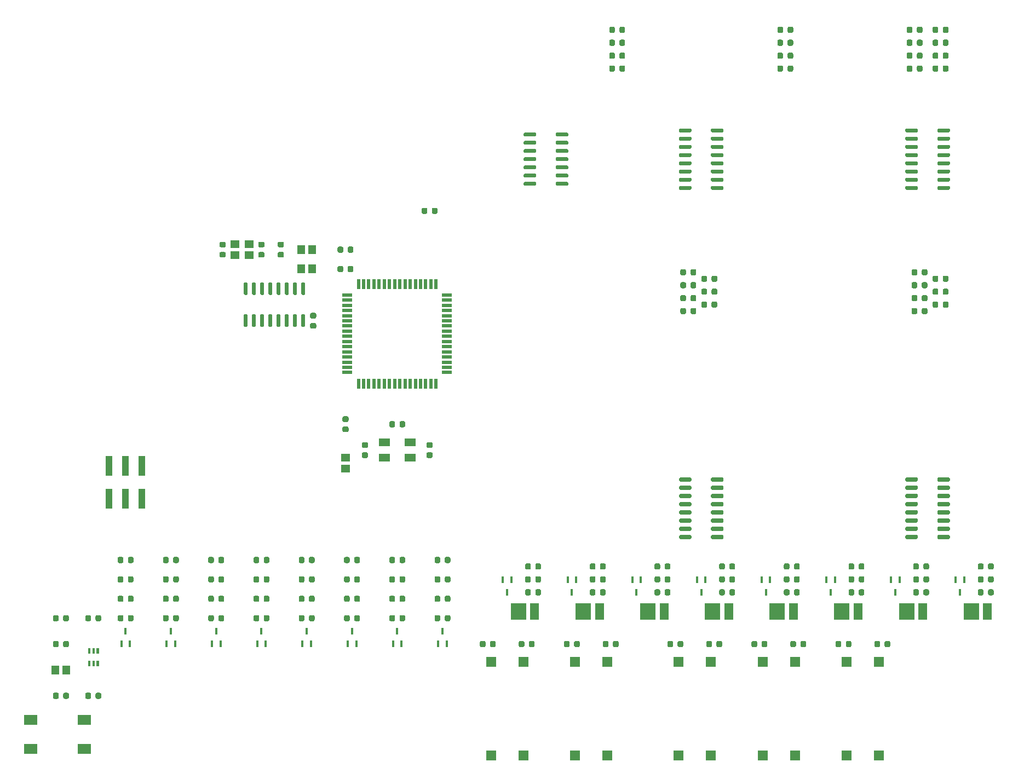
<source format=gtp>
G04 #@! TF.GenerationSoftware,KiCad,Pcbnew,(5.1.6)-1*
G04 #@! TF.CreationDate,2021-12-03T21:04:30+07:00*
G04 #@! TF.ProjectId,digitalSystemBoard,64696769-7461-46c5-9379-7374656d426f,rev?*
G04 #@! TF.SameCoordinates,Original*
G04 #@! TF.FileFunction,Paste,Top*
G04 #@! TF.FilePolarity,Positive*
%FSLAX46Y46*%
G04 Gerber Fmt 4.6, Leading zero omitted, Abs format (unit mm)*
G04 Created by KiCad (PCBNEW (5.1.6)-1) date 2021-12-03 21:04:30*
%MOMM*%
%LPD*%
G01*
G04 APERTURE LIST*
%ADD10C,0.010000*%
%ADD11R,1.200000X1.470000*%
%ADD12R,1.400000X1.200000*%
%ADD13R,0.550000X1.500000*%
%ADD14R,1.500000X0.550000*%
%ADD15R,1.399997X2.599995*%
%ADD16R,2.399995X2.599995*%
%ADD17R,2.000000X1.500000*%
%ADD18R,1.500000X1.500000*%
%ADD19R,0.457200X1.117600*%
%ADD20R,1.000000X3.150000*%
%ADD21R,1.800000X1.200000*%
%ADD22R,1.470000X1.200000*%
G04 APERTURE END LIST*
D10*
G36*
X74198878Y-142575000D02*
G01*
X74500000Y-142575000D01*
X74500000Y-143326860D01*
X74198878Y-143326860D01*
X74198878Y-142575000D01*
G37*
X74198878Y-142575000D02*
X74500000Y-142575000D01*
X74500000Y-143326860D01*
X74198878Y-143326860D01*
X74198878Y-142575000D01*
G36*
X74849764Y-142575000D02*
G01*
X75150000Y-142575000D01*
X75150000Y-143327080D01*
X74849764Y-143327080D01*
X74849764Y-142575000D01*
G37*
X74849764Y-142575000D02*
X75150000Y-142575000D01*
X75150000Y-143327080D01*
X74849764Y-143327080D01*
X74849764Y-142575000D01*
G36*
X75501185Y-142575000D02*
G01*
X75800000Y-142575000D01*
X75800000Y-143328140D01*
X75501185Y-143328140D01*
X75501185Y-142575000D01*
G37*
X75501185Y-142575000D02*
X75800000Y-142575000D01*
X75800000Y-143328140D01*
X75501185Y-143328140D01*
X75501185Y-142575000D01*
G36*
X75501483Y-140675000D02*
G01*
X75800000Y-140675000D01*
X75800000Y-141423294D01*
X75501483Y-141423294D01*
X75501483Y-140675000D01*
G37*
X75501483Y-140675000D02*
X75800000Y-140675000D01*
X75800000Y-141423294D01*
X75501483Y-141423294D01*
X75501483Y-140675000D01*
G36*
X74849854Y-140675000D02*
G01*
X75150000Y-140675000D01*
X75150000Y-141424439D01*
X74849854Y-141424439D01*
X74849854Y-140675000D01*
G37*
X74849854Y-140675000D02*
X75150000Y-140675000D01*
X75150000Y-141424439D01*
X74849854Y-141424439D01*
X74849854Y-140675000D01*
G36*
X74197179Y-140675000D02*
G01*
X74500000Y-140675000D01*
X74500000Y-141422973D01*
X74197179Y-141422973D01*
X74197179Y-140675000D01*
G37*
X74197179Y-140675000D02*
X74500000Y-140675000D01*
X74500000Y-141422973D01*
X74197179Y-141422973D01*
X74197179Y-140675000D01*
D11*
X107140000Y-82000000D03*
X108860000Y-82000000D03*
X107140000Y-79000000D03*
X108860000Y-79000000D03*
G36*
G01*
X113650000Y-81743750D02*
X113650000Y-82256250D01*
G75*
G02*
X113431250Y-82475000I-218750J0D01*
G01*
X112993750Y-82475000D01*
G75*
G02*
X112775000Y-82256250I0J218750D01*
G01*
X112775000Y-81743750D01*
G75*
G02*
X112993750Y-81525000I218750J0D01*
G01*
X113431250Y-81525000D01*
G75*
G02*
X113650000Y-81743750I0J-218750D01*
G01*
G37*
G36*
G01*
X115225000Y-81743750D02*
X115225000Y-82256250D01*
G75*
G02*
X115006250Y-82475000I-218750J0D01*
G01*
X114568750Y-82475000D01*
G75*
G02*
X114350000Y-82256250I0J218750D01*
G01*
X114350000Y-81743750D01*
G75*
G02*
X114568750Y-81525000I218750J0D01*
G01*
X115006250Y-81525000D01*
G75*
G02*
X115225000Y-81743750I0J-218750D01*
G01*
G37*
G36*
G01*
X113650000Y-78743750D02*
X113650000Y-79256250D01*
G75*
G02*
X113431250Y-79475000I-218750J0D01*
G01*
X112993750Y-79475000D01*
G75*
G02*
X112775000Y-79256250I0J218750D01*
G01*
X112775000Y-78743750D01*
G75*
G02*
X112993750Y-78525000I218750J0D01*
G01*
X113431250Y-78525000D01*
G75*
G02*
X113650000Y-78743750I0J-218750D01*
G01*
G37*
G36*
G01*
X115225000Y-78743750D02*
X115225000Y-79256250D01*
G75*
G02*
X115006250Y-79475000I-218750J0D01*
G01*
X114568750Y-79475000D01*
G75*
G02*
X114350000Y-79256250I0J218750D01*
G01*
X114350000Y-78743750D01*
G75*
G02*
X114568750Y-78525000I218750J0D01*
G01*
X115006250Y-78525000D01*
G75*
G02*
X115225000Y-78743750I0J-218750D01*
G01*
G37*
D12*
X99100000Y-79850000D03*
X96900000Y-79850000D03*
X96900000Y-78150000D03*
X99100000Y-78150000D03*
G36*
G01*
X107295000Y-89000000D02*
X107595000Y-89000000D01*
G75*
G02*
X107745000Y-89150000I0J-150000D01*
G01*
X107745000Y-90800000D01*
G75*
G02*
X107595000Y-90950000I-150000J0D01*
G01*
X107295000Y-90950000D01*
G75*
G02*
X107145000Y-90800000I0J150000D01*
G01*
X107145000Y-89150000D01*
G75*
G02*
X107295000Y-89000000I150000J0D01*
G01*
G37*
G36*
G01*
X106025000Y-89000000D02*
X106325000Y-89000000D01*
G75*
G02*
X106475000Y-89150000I0J-150000D01*
G01*
X106475000Y-90800000D01*
G75*
G02*
X106325000Y-90950000I-150000J0D01*
G01*
X106025000Y-90950000D01*
G75*
G02*
X105875000Y-90800000I0J150000D01*
G01*
X105875000Y-89150000D01*
G75*
G02*
X106025000Y-89000000I150000J0D01*
G01*
G37*
G36*
G01*
X104755000Y-89000000D02*
X105055000Y-89000000D01*
G75*
G02*
X105205000Y-89150000I0J-150000D01*
G01*
X105205000Y-90800000D01*
G75*
G02*
X105055000Y-90950000I-150000J0D01*
G01*
X104755000Y-90950000D01*
G75*
G02*
X104605000Y-90800000I0J150000D01*
G01*
X104605000Y-89150000D01*
G75*
G02*
X104755000Y-89000000I150000J0D01*
G01*
G37*
G36*
G01*
X103485000Y-89000000D02*
X103785000Y-89000000D01*
G75*
G02*
X103935000Y-89150000I0J-150000D01*
G01*
X103935000Y-90800000D01*
G75*
G02*
X103785000Y-90950000I-150000J0D01*
G01*
X103485000Y-90950000D01*
G75*
G02*
X103335000Y-90800000I0J150000D01*
G01*
X103335000Y-89150000D01*
G75*
G02*
X103485000Y-89000000I150000J0D01*
G01*
G37*
G36*
G01*
X102215000Y-89000000D02*
X102515000Y-89000000D01*
G75*
G02*
X102665000Y-89150000I0J-150000D01*
G01*
X102665000Y-90800000D01*
G75*
G02*
X102515000Y-90950000I-150000J0D01*
G01*
X102215000Y-90950000D01*
G75*
G02*
X102065000Y-90800000I0J150000D01*
G01*
X102065000Y-89150000D01*
G75*
G02*
X102215000Y-89000000I150000J0D01*
G01*
G37*
G36*
G01*
X100945000Y-89000000D02*
X101245000Y-89000000D01*
G75*
G02*
X101395000Y-89150000I0J-150000D01*
G01*
X101395000Y-90800000D01*
G75*
G02*
X101245000Y-90950000I-150000J0D01*
G01*
X100945000Y-90950000D01*
G75*
G02*
X100795000Y-90800000I0J150000D01*
G01*
X100795000Y-89150000D01*
G75*
G02*
X100945000Y-89000000I150000J0D01*
G01*
G37*
G36*
G01*
X99675000Y-89000000D02*
X99975000Y-89000000D01*
G75*
G02*
X100125000Y-89150000I0J-150000D01*
G01*
X100125000Y-90800000D01*
G75*
G02*
X99975000Y-90950000I-150000J0D01*
G01*
X99675000Y-90950000D01*
G75*
G02*
X99525000Y-90800000I0J150000D01*
G01*
X99525000Y-89150000D01*
G75*
G02*
X99675000Y-89000000I150000J0D01*
G01*
G37*
G36*
G01*
X98405000Y-89000000D02*
X98705000Y-89000000D01*
G75*
G02*
X98855000Y-89150000I0J-150000D01*
G01*
X98855000Y-90800000D01*
G75*
G02*
X98705000Y-90950000I-150000J0D01*
G01*
X98405000Y-90950000D01*
G75*
G02*
X98255000Y-90800000I0J150000D01*
G01*
X98255000Y-89150000D01*
G75*
G02*
X98405000Y-89000000I150000J0D01*
G01*
G37*
G36*
G01*
X98405000Y-84050000D02*
X98705000Y-84050000D01*
G75*
G02*
X98855000Y-84200000I0J-150000D01*
G01*
X98855000Y-85850000D01*
G75*
G02*
X98705000Y-86000000I-150000J0D01*
G01*
X98405000Y-86000000D01*
G75*
G02*
X98255000Y-85850000I0J150000D01*
G01*
X98255000Y-84200000D01*
G75*
G02*
X98405000Y-84050000I150000J0D01*
G01*
G37*
G36*
G01*
X99675000Y-84050000D02*
X99975000Y-84050000D01*
G75*
G02*
X100125000Y-84200000I0J-150000D01*
G01*
X100125000Y-85850000D01*
G75*
G02*
X99975000Y-86000000I-150000J0D01*
G01*
X99675000Y-86000000D01*
G75*
G02*
X99525000Y-85850000I0J150000D01*
G01*
X99525000Y-84200000D01*
G75*
G02*
X99675000Y-84050000I150000J0D01*
G01*
G37*
G36*
G01*
X100945000Y-84050000D02*
X101245000Y-84050000D01*
G75*
G02*
X101395000Y-84200000I0J-150000D01*
G01*
X101395000Y-85850000D01*
G75*
G02*
X101245000Y-86000000I-150000J0D01*
G01*
X100945000Y-86000000D01*
G75*
G02*
X100795000Y-85850000I0J150000D01*
G01*
X100795000Y-84200000D01*
G75*
G02*
X100945000Y-84050000I150000J0D01*
G01*
G37*
G36*
G01*
X102215000Y-84050000D02*
X102515000Y-84050000D01*
G75*
G02*
X102665000Y-84200000I0J-150000D01*
G01*
X102665000Y-85850000D01*
G75*
G02*
X102515000Y-86000000I-150000J0D01*
G01*
X102215000Y-86000000D01*
G75*
G02*
X102065000Y-85850000I0J150000D01*
G01*
X102065000Y-84200000D01*
G75*
G02*
X102215000Y-84050000I150000J0D01*
G01*
G37*
G36*
G01*
X103485000Y-84050000D02*
X103785000Y-84050000D01*
G75*
G02*
X103935000Y-84200000I0J-150000D01*
G01*
X103935000Y-85850000D01*
G75*
G02*
X103785000Y-86000000I-150000J0D01*
G01*
X103485000Y-86000000D01*
G75*
G02*
X103335000Y-85850000I0J150000D01*
G01*
X103335000Y-84200000D01*
G75*
G02*
X103485000Y-84050000I150000J0D01*
G01*
G37*
G36*
G01*
X104755000Y-84050000D02*
X105055000Y-84050000D01*
G75*
G02*
X105205000Y-84200000I0J-150000D01*
G01*
X105205000Y-85850000D01*
G75*
G02*
X105055000Y-86000000I-150000J0D01*
G01*
X104755000Y-86000000D01*
G75*
G02*
X104605000Y-85850000I0J150000D01*
G01*
X104605000Y-84200000D01*
G75*
G02*
X104755000Y-84050000I150000J0D01*
G01*
G37*
G36*
G01*
X106025000Y-84050000D02*
X106325000Y-84050000D01*
G75*
G02*
X106475000Y-84200000I0J-150000D01*
G01*
X106475000Y-85850000D01*
G75*
G02*
X106325000Y-86000000I-150000J0D01*
G01*
X106025000Y-86000000D01*
G75*
G02*
X105875000Y-85850000I0J150000D01*
G01*
X105875000Y-84200000D01*
G75*
G02*
X106025000Y-84050000I150000J0D01*
G01*
G37*
G36*
G01*
X107295000Y-84050000D02*
X107595000Y-84050000D01*
G75*
G02*
X107745000Y-84200000I0J-150000D01*
G01*
X107745000Y-85850000D01*
G75*
G02*
X107595000Y-86000000I-150000J0D01*
G01*
X107295000Y-86000000D01*
G75*
G02*
X107145000Y-85850000I0J150000D01*
G01*
X107145000Y-84200000D01*
G75*
G02*
X107295000Y-84050000I150000J0D01*
G01*
G37*
G36*
G01*
X109256250Y-89650000D02*
X108743750Y-89650000D01*
G75*
G02*
X108525000Y-89431250I0J218750D01*
G01*
X108525000Y-88993750D01*
G75*
G02*
X108743750Y-88775000I218750J0D01*
G01*
X109256250Y-88775000D01*
G75*
G02*
X109475000Y-88993750I0J-218750D01*
G01*
X109475000Y-89431250D01*
G75*
G02*
X109256250Y-89650000I-218750J0D01*
G01*
G37*
G36*
G01*
X109256250Y-91225000D02*
X108743750Y-91225000D01*
G75*
G02*
X108525000Y-91006250I0J218750D01*
G01*
X108525000Y-90568750D01*
G75*
G02*
X108743750Y-90350000I218750J0D01*
G01*
X109256250Y-90350000D01*
G75*
G02*
X109475000Y-90568750I0J-218750D01*
G01*
X109475000Y-91006250D01*
G75*
G02*
X109256250Y-91225000I-218750J0D01*
G01*
G37*
G36*
G01*
X95256250Y-78650000D02*
X94743750Y-78650000D01*
G75*
G02*
X94525000Y-78431250I0J218750D01*
G01*
X94525000Y-77993750D01*
G75*
G02*
X94743750Y-77775000I218750J0D01*
G01*
X95256250Y-77775000D01*
G75*
G02*
X95475000Y-77993750I0J-218750D01*
G01*
X95475000Y-78431250D01*
G75*
G02*
X95256250Y-78650000I-218750J0D01*
G01*
G37*
G36*
G01*
X95256250Y-80225000D02*
X94743750Y-80225000D01*
G75*
G02*
X94525000Y-80006250I0J218750D01*
G01*
X94525000Y-79568750D01*
G75*
G02*
X94743750Y-79350000I218750J0D01*
G01*
X95256250Y-79350000D01*
G75*
G02*
X95475000Y-79568750I0J-218750D01*
G01*
X95475000Y-80006250D01*
G75*
G02*
X95256250Y-80225000I-218750J0D01*
G01*
G37*
G36*
G01*
X100743750Y-79350000D02*
X101256250Y-79350000D01*
G75*
G02*
X101475000Y-79568750I0J-218750D01*
G01*
X101475000Y-80006250D01*
G75*
G02*
X101256250Y-80225000I-218750J0D01*
G01*
X100743750Y-80225000D01*
G75*
G02*
X100525000Y-80006250I0J218750D01*
G01*
X100525000Y-79568750D01*
G75*
G02*
X100743750Y-79350000I218750J0D01*
G01*
G37*
G36*
G01*
X100743750Y-77775000D02*
X101256250Y-77775000D01*
G75*
G02*
X101475000Y-77993750I0J-218750D01*
G01*
X101475000Y-78431250D01*
G75*
G02*
X101256250Y-78650000I-218750J0D01*
G01*
X100743750Y-78650000D01*
G75*
G02*
X100525000Y-78431250I0J218750D01*
G01*
X100525000Y-77993750D01*
G75*
G02*
X100743750Y-77775000I218750J0D01*
G01*
G37*
G36*
G01*
X104256250Y-78650000D02*
X103743750Y-78650000D01*
G75*
G02*
X103525000Y-78431250I0J218750D01*
G01*
X103525000Y-77993750D01*
G75*
G02*
X103743750Y-77775000I218750J0D01*
G01*
X104256250Y-77775000D01*
G75*
G02*
X104475000Y-77993750I0J-218750D01*
G01*
X104475000Y-78431250D01*
G75*
G02*
X104256250Y-78650000I-218750J0D01*
G01*
G37*
G36*
G01*
X104256250Y-80225000D02*
X103743750Y-80225000D01*
G75*
G02*
X103525000Y-80006250I0J218750D01*
G01*
X103525000Y-79568750D01*
G75*
G02*
X103743750Y-79350000I218750J0D01*
G01*
X104256250Y-79350000D01*
G75*
G02*
X104475000Y-79568750I0J-218750D01*
G01*
X104475000Y-80006250D01*
G75*
G02*
X104256250Y-80225000I-218750J0D01*
G01*
G37*
D13*
X116000000Y-84300000D03*
X116800000Y-84300000D03*
X117600000Y-84300000D03*
X118400000Y-84300000D03*
X119200000Y-84300000D03*
X120000000Y-84300000D03*
X120800000Y-84300000D03*
X121600000Y-84300000D03*
X122400000Y-84300000D03*
X123200000Y-84300000D03*
X124000000Y-84300000D03*
X124800000Y-84300000D03*
X125600000Y-84300000D03*
X126400000Y-84300000D03*
X127200000Y-84300000D03*
X128000000Y-84300000D03*
D14*
X129700000Y-86000000D03*
X129700000Y-86800000D03*
X129700000Y-87600000D03*
X129700000Y-88400000D03*
X129700000Y-89200000D03*
X129700000Y-90000000D03*
X129700000Y-90800000D03*
X129700000Y-91600000D03*
X129700000Y-92400000D03*
X129700000Y-93200000D03*
X129700000Y-94000000D03*
X129700000Y-94800000D03*
X129700000Y-95600000D03*
X129700000Y-96400000D03*
X129700000Y-97200000D03*
X129700000Y-98000000D03*
D13*
X128000000Y-99700000D03*
X127200000Y-99700000D03*
X126400000Y-99700000D03*
X125600000Y-99700000D03*
X124800000Y-99700000D03*
X124000000Y-99700000D03*
X123200000Y-99700000D03*
X122400000Y-99700000D03*
X121600000Y-99700000D03*
X120800000Y-99700000D03*
X120000000Y-99700000D03*
X119200000Y-99700000D03*
X118400000Y-99700000D03*
X117600000Y-99700000D03*
X116800000Y-99700000D03*
X116000000Y-99700000D03*
D14*
X114300000Y-98000000D03*
X114300000Y-97200000D03*
X114300000Y-96400000D03*
X114300000Y-95600000D03*
X114300000Y-94800000D03*
X114300000Y-94000000D03*
X114300000Y-93200000D03*
X114300000Y-92400000D03*
X114300000Y-91600000D03*
X114300000Y-90800000D03*
X114300000Y-90000000D03*
X114300000Y-89200000D03*
X114300000Y-88400000D03*
X114300000Y-87600000D03*
X114300000Y-86800000D03*
X114300000Y-86000000D03*
D15*
X213249909Y-135000000D03*
D16*
X210750041Y-135000000D03*
D15*
X203249909Y-135000000D03*
D16*
X200750041Y-135000000D03*
D15*
X193249909Y-135000000D03*
D16*
X190750041Y-135000000D03*
D15*
X183249909Y-135000000D03*
D16*
X180750041Y-135000000D03*
D15*
X173249909Y-135000000D03*
D16*
X170750041Y-135000000D03*
D15*
X163249909Y-135000000D03*
D16*
X160750041Y-135000000D03*
D15*
X153249909Y-135000000D03*
D16*
X150750041Y-135000000D03*
D17*
X73650000Y-156250000D03*
X73650000Y-151750000D03*
X65350000Y-156250000D03*
X65350000Y-151750000D03*
D15*
X143249909Y-135000000D03*
D16*
X140750041Y-135000000D03*
G36*
G01*
X205500000Y-114705000D02*
X205500000Y-114405000D01*
G75*
G02*
X205650000Y-114255000I150000J0D01*
G01*
X207300000Y-114255000D01*
G75*
G02*
X207450000Y-114405000I0J-150000D01*
G01*
X207450000Y-114705000D01*
G75*
G02*
X207300000Y-114855000I-150000J0D01*
G01*
X205650000Y-114855000D01*
G75*
G02*
X205500000Y-114705000I0J150000D01*
G01*
G37*
G36*
G01*
X205500000Y-115975000D02*
X205500000Y-115675000D01*
G75*
G02*
X205650000Y-115525000I150000J0D01*
G01*
X207300000Y-115525000D01*
G75*
G02*
X207450000Y-115675000I0J-150000D01*
G01*
X207450000Y-115975000D01*
G75*
G02*
X207300000Y-116125000I-150000J0D01*
G01*
X205650000Y-116125000D01*
G75*
G02*
X205500000Y-115975000I0J150000D01*
G01*
G37*
G36*
G01*
X205500000Y-117245000D02*
X205500000Y-116945000D01*
G75*
G02*
X205650000Y-116795000I150000J0D01*
G01*
X207300000Y-116795000D01*
G75*
G02*
X207450000Y-116945000I0J-150000D01*
G01*
X207450000Y-117245000D01*
G75*
G02*
X207300000Y-117395000I-150000J0D01*
G01*
X205650000Y-117395000D01*
G75*
G02*
X205500000Y-117245000I0J150000D01*
G01*
G37*
G36*
G01*
X205500000Y-118515000D02*
X205500000Y-118215000D01*
G75*
G02*
X205650000Y-118065000I150000J0D01*
G01*
X207300000Y-118065000D01*
G75*
G02*
X207450000Y-118215000I0J-150000D01*
G01*
X207450000Y-118515000D01*
G75*
G02*
X207300000Y-118665000I-150000J0D01*
G01*
X205650000Y-118665000D01*
G75*
G02*
X205500000Y-118515000I0J150000D01*
G01*
G37*
G36*
G01*
X205500000Y-119785000D02*
X205500000Y-119485000D01*
G75*
G02*
X205650000Y-119335000I150000J0D01*
G01*
X207300000Y-119335000D01*
G75*
G02*
X207450000Y-119485000I0J-150000D01*
G01*
X207450000Y-119785000D01*
G75*
G02*
X207300000Y-119935000I-150000J0D01*
G01*
X205650000Y-119935000D01*
G75*
G02*
X205500000Y-119785000I0J150000D01*
G01*
G37*
G36*
G01*
X205500000Y-121055000D02*
X205500000Y-120755000D01*
G75*
G02*
X205650000Y-120605000I150000J0D01*
G01*
X207300000Y-120605000D01*
G75*
G02*
X207450000Y-120755000I0J-150000D01*
G01*
X207450000Y-121055000D01*
G75*
G02*
X207300000Y-121205000I-150000J0D01*
G01*
X205650000Y-121205000D01*
G75*
G02*
X205500000Y-121055000I0J150000D01*
G01*
G37*
G36*
G01*
X205500000Y-122325000D02*
X205500000Y-122025000D01*
G75*
G02*
X205650000Y-121875000I150000J0D01*
G01*
X207300000Y-121875000D01*
G75*
G02*
X207450000Y-122025000I0J-150000D01*
G01*
X207450000Y-122325000D01*
G75*
G02*
X207300000Y-122475000I-150000J0D01*
G01*
X205650000Y-122475000D01*
G75*
G02*
X205500000Y-122325000I0J150000D01*
G01*
G37*
G36*
G01*
X205500000Y-123595000D02*
X205500000Y-123295000D01*
G75*
G02*
X205650000Y-123145000I150000J0D01*
G01*
X207300000Y-123145000D01*
G75*
G02*
X207450000Y-123295000I0J-150000D01*
G01*
X207450000Y-123595000D01*
G75*
G02*
X207300000Y-123745000I-150000J0D01*
G01*
X205650000Y-123745000D01*
G75*
G02*
X205500000Y-123595000I0J150000D01*
G01*
G37*
G36*
G01*
X200550000Y-123595000D02*
X200550000Y-123295000D01*
G75*
G02*
X200700000Y-123145000I150000J0D01*
G01*
X202350000Y-123145000D01*
G75*
G02*
X202500000Y-123295000I0J-150000D01*
G01*
X202500000Y-123595000D01*
G75*
G02*
X202350000Y-123745000I-150000J0D01*
G01*
X200700000Y-123745000D01*
G75*
G02*
X200550000Y-123595000I0J150000D01*
G01*
G37*
G36*
G01*
X200550000Y-122325000D02*
X200550000Y-122025000D01*
G75*
G02*
X200700000Y-121875000I150000J0D01*
G01*
X202350000Y-121875000D01*
G75*
G02*
X202500000Y-122025000I0J-150000D01*
G01*
X202500000Y-122325000D01*
G75*
G02*
X202350000Y-122475000I-150000J0D01*
G01*
X200700000Y-122475000D01*
G75*
G02*
X200550000Y-122325000I0J150000D01*
G01*
G37*
G36*
G01*
X200550000Y-121055000D02*
X200550000Y-120755000D01*
G75*
G02*
X200700000Y-120605000I150000J0D01*
G01*
X202350000Y-120605000D01*
G75*
G02*
X202500000Y-120755000I0J-150000D01*
G01*
X202500000Y-121055000D01*
G75*
G02*
X202350000Y-121205000I-150000J0D01*
G01*
X200700000Y-121205000D01*
G75*
G02*
X200550000Y-121055000I0J150000D01*
G01*
G37*
G36*
G01*
X200550000Y-119785000D02*
X200550000Y-119485000D01*
G75*
G02*
X200700000Y-119335000I150000J0D01*
G01*
X202350000Y-119335000D01*
G75*
G02*
X202500000Y-119485000I0J-150000D01*
G01*
X202500000Y-119785000D01*
G75*
G02*
X202350000Y-119935000I-150000J0D01*
G01*
X200700000Y-119935000D01*
G75*
G02*
X200550000Y-119785000I0J150000D01*
G01*
G37*
G36*
G01*
X200550000Y-118515000D02*
X200550000Y-118215000D01*
G75*
G02*
X200700000Y-118065000I150000J0D01*
G01*
X202350000Y-118065000D01*
G75*
G02*
X202500000Y-118215000I0J-150000D01*
G01*
X202500000Y-118515000D01*
G75*
G02*
X202350000Y-118665000I-150000J0D01*
G01*
X200700000Y-118665000D01*
G75*
G02*
X200550000Y-118515000I0J150000D01*
G01*
G37*
G36*
G01*
X200550000Y-117245000D02*
X200550000Y-116945000D01*
G75*
G02*
X200700000Y-116795000I150000J0D01*
G01*
X202350000Y-116795000D01*
G75*
G02*
X202500000Y-116945000I0J-150000D01*
G01*
X202500000Y-117245000D01*
G75*
G02*
X202350000Y-117395000I-150000J0D01*
G01*
X200700000Y-117395000D01*
G75*
G02*
X200550000Y-117245000I0J150000D01*
G01*
G37*
G36*
G01*
X200550000Y-115975000D02*
X200550000Y-115675000D01*
G75*
G02*
X200700000Y-115525000I150000J0D01*
G01*
X202350000Y-115525000D01*
G75*
G02*
X202500000Y-115675000I0J-150000D01*
G01*
X202500000Y-115975000D01*
G75*
G02*
X202350000Y-116125000I-150000J0D01*
G01*
X200700000Y-116125000D01*
G75*
G02*
X200550000Y-115975000I0J150000D01*
G01*
G37*
G36*
G01*
X200550000Y-114705000D02*
X200550000Y-114405000D01*
G75*
G02*
X200700000Y-114255000I150000J0D01*
G01*
X202350000Y-114255000D01*
G75*
G02*
X202500000Y-114405000I0J-150000D01*
G01*
X202500000Y-114705000D01*
G75*
G02*
X202350000Y-114855000I-150000J0D01*
G01*
X200700000Y-114855000D01*
G75*
G02*
X200550000Y-114705000I0J150000D01*
G01*
G37*
G36*
G01*
X170500000Y-114705000D02*
X170500000Y-114405000D01*
G75*
G02*
X170650000Y-114255000I150000J0D01*
G01*
X172300000Y-114255000D01*
G75*
G02*
X172450000Y-114405000I0J-150000D01*
G01*
X172450000Y-114705000D01*
G75*
G02*
X172300000Y-114855000I-150000J0D01*
G01*
X170650000Y-114855000D01*
G75*
G02*
X170500000Y-114705000I0J150000D01*
G01*
G37*
G36*
G01*
X170500000Y-115975000D02*
X170500000Y-115675000D01*
G75*
G02*
X170650000Y-115525000I150000J0D01*
G01*
X172300000Y-115525000D01*
G75*
G02*
X172450000Y-115675000I0J-150000D01*
G01*
X172450000Y-115975000D01*
G75*
G02*
X172300000Y-116125000I-150000J0D01*
G01*
X170650000Y-116125000D01*
G75*
G02*
X170500000Y-115975000I0J150000D01*
G01*
G37*
G36*
G01*
X170500000Y-117245000D02*
X170500000Y-116945000D01*
G75*
G02*
X170650000Y-116795000I150000J0D01*
G01*
X172300000Y-116795000D01*
G75*
G02*
X172450000Y-116945000I0J-150000D01*
G01*
X172450000Y-117245000D01*
G75*
G02*
X172300000Y-117395000I-150000J0D01*
G01*
X170650000Y-117395000D01*
G75*
G02*
X170500000Y-117245000I0J150000D01*
G01*
G37*
G36*
G01*
X170500000Y-118515000D02*
X170500000Y-118215000D01*
G75*
G02*
X170650000Y-118065000I150000J0D01*
G01*
X172300000Y-118065000D01*
G75*
G02*
X172450000Y-118215000I0J-150000D01*
G01*
X172450000Y-118515000D01*
G75*
G02*
X172300000Y-118665000I-150000J0D01*
G01*
X170650000Y-118665000D01*
G75*
G02*
X170500000Y-118515000I0J150000D01*
G01*
G37*
G36*
G01*
X170500000Y-119785000D02*
X170500000Y-119485000D01*
G75*
G02*
X170650000Y-119335000I150000J0D01*
G01*
X172300000Y-119335000D01*
G75*
G02*
X172450000Y-119485000I0J-150000D01*
G01*
X172450000Y-119785000D01*
G75*
G02*
X172300000Y-119935000I-150000J0D01*
G01*
X170650000Y-119935000D01*
G75*
G02*
X170500000Y-119785000I0J150000D01*
G01*
G37*
G36*
G01*
X170500000Y-121055000D02*
X170500000Y-120755000D01*
G75*
G02*
X170650000Y-120605000I150000J0D01*
G01*
X172300000Y-120605000D01*
G75*
G02*
X172450000Y-120755000I0J-150000D01*
G01*
X172450000Y-121055000D01*
G75*
G02*
X172300000Y-121205000I-150000J0D01*
G01*
X170650000Y-121205000D01*
G75*
G02*
X170500000Y-121055000I0J150000D01*
G01*
G37*
G36*
G01*
X170500000Y-122325000D02*
X170500000Y-122025000D01*
G75*
G02*
X170650000Y-121875000I150000J0D01*
G01*
X172300000Y-121875000D01*
G75*
G02*
X172450000Y-122025000I0J-150000D01*
G01*
X172450000Y-122325000D01*
G75*
G02*
X172300000Y-122475000I-150000J0D01*
G01*
X170650000Y-122475000D01*
G75*
G02*
X170500000Y-122325000I0J150000D01*
G01*
G37*
G36*
G01*
X170500000Y-123595000D02*
X170500000Y-123295000D01*
G75*
G02*
X170650000Y-123145000I150000J0D01*
G01*
X172300000Y-123145000D01*
G75*
G02*
X172450000Y-123295000I0J-150000D01*
G01*
X172450000Y-123595000D01*
G75*
G02*
X172300000Y-123745000I-150000J0D01*
G01*
X170650000Y-123745000D01*
G75*
G02*
X170500000Y-123595000I0J150000D01*
G01*
G37*
G36*
G01*
X165550000Y-123595000D02*
X165550000Y-123295000D01*
G75*
G02*
X165700000Y-123145000I150000J0D01*
G01*
X167350000Y-123145000D01*
G75*
G02*
X167500000Y-123295000I0J-150000D01*
G01*
X167500000Y-123595000D01*
G75*
G02*
X167350000Y-123745000I-150000J0D01*
G01*
X165700000Y-123745000D01*
G75*
G02*
X165550000Y-123595000I0J150000D01*
G01*
G37*
G36*
G01*
X165550000Y-122325000D02*
X165550000Y-122025000D01*
G75*
G02*
X165700000Y-121875000I150000J0D01*
G01*
X167350000Y-121875000D01*
G75*
G02*
X167500000Y-122025000I0J-150000D01*
G01*
X167500000Y-122325000D01*
G75*
G02*
X167350000Y-122475000I-150000J0D01*
G01*
X165700000Y-122475000D01*
G75*
G02*
X165550000Y-122325000I0J150000D01*
G01*
G37*
G36*
G01*
X165550000Y-121055000D02*
X165550000Y-120755000D01*
G75*
G02*
X165700000Y-120605000I150000J0D01*
G01*
X167350000Y-120605000D01*
G75*
G02*
X167500000Y-120755000I0J-150000D01*
G01*
X167500000Y-121055000D01*
G75*
G02*
X167350000Y-121205000I-150000J0D01*
G01*
X165700000Y-121205000D01*
G75*
G02*
X165550000Y-121055000I0J150000D01*
G01*
G37*
G36*
G01*
X165550000Y-119785000D02*
X165550000Y-119485000D01*
G75*
G02*
X165700000Y-119335000I150000J0D01*
G01*
X167350000Y-119335000D01*
G75*
G02*
X167500000Y-119485000I0J-150000D01*
G01*
X167500000Y-119785000D01*
G75*
G02*
X167350000Y-119935000I-150000J0D01*
G01*
X165700000Y-119935000D01*
G75*
G02*
X165550000Y-119785000I0J150000D01*
G01*
G37*
G36*
G01*
X165550000Y-118515000D02*
X165550000Y-118215000D01*
G75*
G02*
X165700000Y-118065000I150000J0D01*
G01*
X167350000Y-118065000D01*
G75*
G02*
X167500000Y-118215000I0J-150000D01*
G01*
X167500000Y-118515000D01*
G75*
G02*
X167350000Y-118665000I-150000J0D01*
G01*
X165700000Y-118665000D01*
G75*
G02*
X165550000Y-118515000I0J150000D01*
G01*
G37*
G36*
G01*
X165550000Y-117245000D02*
X165550000Y-116945000D01*
G75*
G02*
X165700000Y-116795000I150000J0D01*
G01*
X167350000Y-116795000D01*
G75*
G02*
X167500000Y-116945000I0J-150000D01*
G01*
X167500000Y-117245000D01*
G75*
G02*
X167350000Y-117395000I-150000J0D01*
G01*
X165700000Y-117395000D01*
G75*
G02*
X165550000Y-117245000I0J150000D01*
G01*
G37*
G36*
G01*
X165550000Y-115975000D02*
X165550000Y-115675000D01*
G75*
G02*
X165700000Y-115525000I150000J0D01*
G01*
X167350000Y-115525000D01*
G75*
G02*
X167500000Y-115675000I0J-150000D01*
G01*
X167500000Y-115975000D01*
G75*
G02*
X167350000Y-116125000I-150000J0D01*
G01*
X165700000Y-116125000D01*
G75*
G02*
X165550000Y-115975000I0J150000D01*
G01*
G37*
G36*
G01*
X165550000Y-114705000D02*
X165550000Y-114405000D01*
G75*
G02*
X165700000Y-114255000I150000J0D01*
G01*
X167350000Y-114255000D01*
G75*
G02*
X167500000Y-114405000I0J-150000D01*
G01*
X167500000Y-114705000D01*
G75*
G02*
X167350000Y-114855000I-150000J0D01*
G01*
X165700000Y-114855000D01*
G75*
G02*
X165550000Y-114705000I0J150000D01*
G01*
G37*
G36*
G01*
X201650000Y-50743750D02*
X201650000Y-51256250D01*
G75*
G02*
X201431250Y-51475000I-218750J0D01*
G01*
X200993750Y-51475000D01*
G75*
G02*
X200775000Y-51256250I0J218750D01*
G01*
X200775000Y-50743750D01*
G75*
G02*
X200993750Y-50525000I218750J0D01*
G01*
X201431250Y-50525000D01*
G75*
G02*
X201650000Y-50743750I0J-218750D01*
G01*
G37*
G36*
G01*
X203225000Y-50743750D02*
X203225000Y-51256250D01*
G75*
G02*
X203006250Y-51475000I-218750J0D01*
G01*
X202568750Y-51475000D01*
G75*
G02*
X202350000Y-51256250I0J218750D01*
G01*
X202350000Y-50743750D01*
G75*
G02*
X202568750Y-50525000I218750J0D01*
G01*
X203006250Y-50525000D01*
G75*
G02*
X203225000Y-50743750I0J-218750D01*
G01*
G37*
G36*
G01*
X201650000Y-48743750D02*
X201650000Y-49256250D01*
G75*
G02*
X201431250Y-49475000I-218750J0D01*
G01*
X200993750Y-49475000D01*
G75*
G02*
X200775000Y-49256250I0J218750D01*
G01*
X200775000Y-48743750D01*
G75*
G02*
X200993750Y-48525000I218750J0D01*
G01*
X201431250Y-48525000D01*
G75*
G02*
X201650000Y-48743750I0J-218750D01*
G01*
G37*
G36*
G01*
X203225000Y-48743750D02*
X203225000Y-49256250D01*
G75*
G02*
X203006250Y-49475000I-218750J0D01*
G01*
X202568750Y-49475000D01*
G75*
G02*
X202350000Y-49256250I0J218750D01*
G01*
X202350000Y-48743750D01*
G75*
G02*
X202568750Y-48525000I218750J0D01*
G01*
X203006250Y-48525000D01*
G75*
G02*
X203225000Y-48743750I0J-218750D01*
G01*
G37*
G36*
G01*
X201650000Y-46743750D02*
X201650000Y-47256250D01*
G75*
G02*
X201431250Y-47475000I-218750J0D01*
G01*
X200993750Y-47475000D01*
G75*
G02*
X200775000Y-47256250I0J218750D01*
G01*
X200775000Y-46743750D01*
G75*
G02*
X200993750Y-46525000I218750J0D01*
G01*
X201431250Y-46525000D01*
G75*
G02*
X201650000Y-46743750I0J-218750D01*
G01*
G37*
G36*
G01*
X203225000Y-46743750D02*
X203225000Y-47256250D01*
G75*
G02*
X203006250Y-47475000I-218750J0D01*
G01*
X202568750Y-47475000D01*
G75*
G02*
X202350000Y-47256250I0J218750D01*
G01*
X202350000Y-46743750D01*
G75*
G02*
X202568750Y-46525000I218750J0D01*
G01*
X203006250Y-46525000D01*
G75*
G02*
X203225000Y-46743750I0J-218750D01*
G01*
G37*
G36*
G01*
X201650000Y-44743750D02*
X201650000Y-45256250D01*
G75*
G02*
X201431250Y-45475000I-218750J0D01*
G01*
X200993750Y-45475000D01*
G75*
G02*
X200775000Y-45256250I0J218750D01*
G01*
X200775000Y-44743750D01*
G75*
G02*
X200993750Y-44525000I218750J0D01*
G01*
X201431250Y-44525000D01*
G75*
G02*
X201650000Y-44743750I0J-218750D01*
G01*
G37*
G36*
G01*
X203225000Y-44743750D02*
X203225000Y-45256250D01*
G75*
G02*
X203006250Y-45475000I-218750J0D01*
G01*
X202568750Y-45475000D01*
G75*
G02*
X202350000Y-45256250I0J218750D01*
G01*
X202350000Y-44743750D01*
G75*
G02*
X202568750Y-44525000I218750J0D01*
G01*
X203006250Y-44525000D01*
G75*
G02*
X203225000Y-44743750I0J-218750D01*
G01*
G37*
G36*
G01*
X206350000Y-45256250D02*
X206350000Y-44743750D01*
G75*
G02*
X206568750Y-44525000I218750J0D01*
G01*
X207006250Y-44525000D01*
G75*
G02*
X207225000Y-44743750I0J-218750D01*
G01*
X207225000Y-45256250D01*
G75*
G02*
X207006250Y-45475000I-218750J0D01*
G01*
X206568750Y-45475000D01*
G75*
G02*
X206350000Y-45256250I0J218750D01*
G01*
G37*
G36*
G01*
X204775000Y-45256250D02*
X204775000Y-44743750D01*
G75*
G02*
X204993750Y-44525000I218750J0D01*
G01*
X205431250Y-44525000D01*
G75*
G02*
X205650000Y-44743750I0J-218750D01*
G01*
X205650000Y-45256250D01*
G75*
G02*
X205431250Y-45475000I-218750J0D01*
G01*
X204993750Y-45475000D01*
G75*
G02*
X204775000Y-45256250I0J218750D01*
G01*
G37*
G36*
G01*
X206350000Y-47256250D02*
X206350000Y-46743750D01*
G75*
G02*
X206568750Y-46525000I218750J0D01*
G01*
X207006250Y-46525000D01*
G75*
G02*
X207225000Y-46743750I0J-218750D01*
G01*
X207225000Y-47256250D01*
G75*
G02*
X207006250Y-47475000I-218750J0D01*
G01*
X206568750Y-47475000D01*
G75*
G02*
X206350000Y-47256250I0J218750D01*
G01*
G37*
G36*
G01*
X204775000Y-47256250D02*
X204775000Y-46743750D01*
G75*
G02*
X204993750Y-46525000I218750J0D01*
G01*
X205431250Y-46525000D01*
G75*
G02*
X205650000Y-46743750I0J-218750D01*
G01*
X205650000Y-47256250D01*
G75*
G02*
X205431250Y-47475000I-218750J0D01*
G01*
X204993750Y-47475000D01*
G75*
G02*
X204775000Y-47256250I0J218750D01*
G01*
G37*
G36*
G01*
X206350000Y-49256250D02*
X206350000Y-48743750D01*
G75*
G02*
X206568750Y-48525000I218750J0D01*
G01*
X207006250Y-48525000D01*
G75*
G02*
X207225000Y-48743750I0J-218750D01*
G01*
X207225000Y-49256250D01*
G75*
G02*
X207006250Y-49475000I-218750J0D01*
G01*
X206568750Y-49475000D01*
G75*
G02*
X206350000Y-49256250I0J218750D01*
G01*
G37*
G36*
G01*
X204775000Y-49256250D02*
X204775000Y-48743750D01*
G75*
G02*
X204993750Y-48525000I218750J0D01*
G01*
X205431250Y-48525000D01*
G75*
G02*
X205650000Y-48743750I0J-218750D01*
G01*
X205650000Y-49256250D01*
G75*
G02*
X205431250Y-49475000I-218750J0D01*
G01*
X204993750Y-49475000D01*
G75*
G02*
X204775000Y-49256250I0J218750D01*
G01*
G37*
G36*
G01*
X206350000Y-51256250D02*
X206350000Y-50743750D01*
G75*
G02*
X206568750Y-50525000I218750J0D01*
G01*
X207006250Y-50525000D01*
G75*
G02*
X207225000Y-50743750I0J-218750D01*
G01*
X207225000Y-51256250D01*
G75*
G02*
X207006250Y-51475000I-218750J0D01*
G01*
X206568750Y-51475000D01*
G75*
G02*
X206350000Y-51256250I0J218750D01*
G01*
G37*
G36*
G01*
X204775000Y-51256250D02*
X204775000Y-50743750D01*
G75*
G02*
X204993750Y-50525000I218750J0D01*
G01*
X205431250Y-50525000D01*
G75*
G02*
X205650000Y-50743750I0J-218750D01*
G01*
X205650000Y-51256250D01*
G75*
G02*
X205431250Y-51475000I-218750J0D01*
G01*
X204993750Y-51475000D01*
G75*
G02*
X204775000Y-51256250I0J218750D01*
G01*
G37*
G36*
G01*
X156350000Y-45256250D02*
X156350000Y-44743750D01*
G75*
G02*
X156568750Y-44525000I218750J0D01*
G01*
X157006250Y-44525000D01*
G75*
G02*
X157225000Y-44743750I0J-218750D01*
G01*
X157225000Y-45256250D01*
G75*
G02*
X157006250Y-45475000I-218750J0D01*
G01*
X156568750Y-45475000D01*
G75*
G02*
X156350000Y-45256250I0J218750D01*
G01*
G37*
G36*
G01*
X154775000Y-45256250D02*
X154775000Y-44743750D01*
G75*
G02*
X154993750Y-44525000I218750J0D01*
G01*
X155431250Y-44525000D01*
G75*
G02*
X155650000Y-44743750I0J-218750D01*
G01*
X155650000Y-45256250D01*
G75*
G02*
X155431250Y-45475000I-218750J0D01*
G01*
X154993750Y-45475000D01*
G75*
G02*
X154775000Y-45256250I0J218750D01*
G01*
G37*
G36*
G01*
X156350000Y-47256250D02*
X156350000Y-46743750D01*
G75*
G02*
X156568750Y-46525000I218750J0D01*
G01*
X157006250Y-46525000D01*
G75*
G02*
X157225000Y-46743750I0J-218750D01*
G01*
X157225000Y-47256250D01*
G75*
G02*
X157006250Y-47475000I-218750J0D01*
G01*
X156568750Y-47475000D01*
G75*
G02*
X156350000Y-47256250I0J218750D01*
G01*
G37*
G36*
G01*
X154775000Y-47256250D02*
X154775000Y-46743750D01*
G75*
G02*
X154993750Y-46525000I218750J0D01*
G01*
X155431250Y-46525000D01*
G75*
G02*
X155650000Y-46743750I0J-218750D01*
G01*
X155650000Y-47256250D01*
G75*
G02*
X155431250Y-47475000I-218750J0D01*
G01*
X154993750Y-47475000D01*
G75*
G02*
X154775000Y-47256250I0J218750D01*
G01*
G37*
G36*
G01*
X156350000Y-49256250D02*
X156350000Y-48743750D01*
G75*
G02*
X156568750Y-48525000I218750J0D01*
G01*
X157006250Y-48525000D01*
G75*
G02*
X157225000Y-48743750I0J-218750D01*
G01*
X157225000Y-49256250D01*
G75*
G02*
X157006250Y-49475000I-218750J0D01*
G01*
X156568750Y-49475000D01*
G75*
G02*
X156350000Y-49256250I0J218750D01*
G01*
G37*
G36*
G01*
X154775000Y-49256250D02*
X154775000Y-48743750D01*
G75*
G02*
X154993750Y-48525000I218750J0D01*
G01*
X155431250Y-48525000D01*
G75*
G02*
X155650000Y-48743750I0J-218750D01*
G01*
X155650000Y-49256250D01*
G75*
G02*
X155431250Y-49475000I-218750J0D01*
G01*
X154993750Y-49475000D01*
G75*
G02*
X154775000Y-49256250I0J218750D01*
G01*
G37*
G36*
G01*
X156350000Y-51256250D02*
X156350000Y-50743750D01*
G75*
G02*
X156568750Y-50525000I218750J0D01*
G01*
X157006250Y-50525000D01*
G75*
G02*
X157225000Y-50743750I0J-218750D01*
G01*
X157225000Y-51256250D01*
G75*
G02*
X157006250Y-51475000I-218750J0D01*
G01*
X156568750Y-51475000D01*
G75*
G02*
X156350000Y-51256250I0J218750D01*
G01*
G37*
G36*
G01*
X154775000Y-51256250D02*
X154775000Y-50743750D01*
G75*
G02*
X154993750Y-50525000I218750J0D01*
G01*
X155431250Y-50525000D01*
G75*
G02*
X155650000Y-50743750I0J-218750D01*
G01*
X155650000Y-51256250D01*
G75*
G02*
X155431250Y-51475000I-218750J0D01*
G01*
X154993750Y-51475000D01*
G75*
G02*
X154775000Y-51256250I0J218750D01*
G01*
G37*
G36*
G01*
X181650000Y-50743750D02*
X181650000Y-51256250D01*
G75*
G02*
X181431250Y-51475000I-218750J0D01*
G01*
X180993750Y-51475000D01*
G75*
G02*
X180775000Y-51256250I0J218750D01*
G01*
X180775000Y-50743750D01*
G75*
G02*
X180993750Y-50525000I218750J0D01*
G01*
X181431250Y-50525000D01*
G75*
G02*
X181650000Y-50743750I0J-218750D01*
G01*
G37*
G36*
G01*
X183225000Y-50743750D02*
X183225000Y-51256250D01*
G75*
G02*
X183006250Y-51475000I-218750J0D01*
G01*
X182568750Y-51475000D01*
G75*
G02*
X182350000Y-51256250I0J218750D01*
G01*
X182350000Y-50743750D01*
G75*
G02*
X182568750Y-50525000I218750J0D01*
G01*
X183006250Y-50525000D01*
G75*
G02*
X183225000Y-50743750I0J-218750D01*
G01*
G37*
G36*
G01*
X181650000Y-48743750D02*
X181650000Y-49256250D01*
G75*
G02*
X181431250Y-49475000I-218750J0D01*
G01*
X180993750Y-49475000D01*
G75*
G02*
X180775000Y-49256250I0J218750D01*
G01*
X180775000Y-48743750D01*
G75*
G02*
X180993750Y-48525000I218750J0D01*
G01*
X181431250Y-48525000D01*
G75*
G02*
X181650000Y-48743750I0J-218750D01*
G01*
G37*
G36*
G01*
X183225000Y-48743750D02*
X183225000Y-49256250D01*
G75*
G02*
X183006250Y-49475000I-218750J0D01*
G01*
X182568750Y-49475000D01*
G75*
G02*
X182350000Y-49256250I0J218750D01*
G01*
X182350000Y-48743750D01*
G75*
G02*
X182568750Y-48525000I218750J0D01*
G01*
X183006250Y-48525000D01*
G75*
G02*
X183225000Y-48743750I0J-218750D01*
G01*
G37*
G36*
G01*
X181650000Y-46743750D02*
X181650000Y-47256250D01*
G75*
G02*
X181431250Y-47475000I-218750J0D01*
G01*
X180993750Y-47475000D01*
G75*
G02*
X180775000Y-47256250I0J218750D01*
G01*
X180775000Y-46743750D01*
G75*
G02*
X180993750Y-46525000I218750J0D01*
G01*
X181431250Y-46525000D01*
G75*
G02*
X181650000Y-46743750I0J-218750D01*
G01*
G37*
G36*
G01*
X183225000Y-46743750D02*
X183225000Y-47256250D01*
G75*
G02*
X183006250Y-47475000I-218750J0D01*
G01*
X182568750Y-47475000D01*
G75*
G02*
X182350000Y-47256250I0J218750D01*
G01*
X182350000Y-46743750D01*
G75*
G02*
X182568750Y-46525000I218750J0D01*
G01*
X183006250Y-46525000D01*
G75*
G02*
X183225000Y-46743750I0J-218750D01*
G01*
G37*
G36*
G01*
X181650000Y-44743750D02*
X181650000Y-45256250D01*
G75*
G02*
X181431250Y-45475000I-218750J0D01*
G01*
X180993750Y-45475000D01*
G75*
G02*
X180775000Y-45256250I0J218750D01*
G01*
X180775000Y-44743750D01*
G75*
G02*
X180993750Y-44525000I218750J0D01*
G01*
X181431250Y-44525000D01*
G75*
G02*
X181650000Y-44743750I0J-218750D01*
G01*
G37*
G36*
G01*
X183225000Y-44743750D02*
X183225000Y-45256250D01*
G75*
G02*
X183006250Y-45475000I-218750J0D01*
G01*
X182568750Y-45475000D01*
G75*
G02*
X182350000Y-45256250I0J218750D01*
G01*
X182350000Y-44743750D01*
G75*
G02*
X182568750Y-44525000I218750J0D01*
G01*
X183006250Y-44525000D01*
G75*
G02*
X183225000Y-44743750I0J-218750D01*
G01*
G37*
G36*
G01*
X127350000Y-73256250D02*
X127350000Y-72743750D01*
G75*
G02*
X127568750Y-72525000I218750J0D01*
G01*
X128006250Y-72525000D01*
G75*
G02*
X128225000Y-72743750I0J-218750D01*
G01*
X128225000Y-73256250D01*
G75*
G02*
X128006250Y-73475000I-218750J0D01*
G01*
X127568750Y-73475000D01*
G75*
G02*
X127350000Y-73256250I0J218750D01*
G01*
G37*
G36*
G01*
X125775000Y-73256250D02*
X125775000Y-72743750D01*
G75*
G02*
X125993750Y-72525000I218750J0D01*
G01*
X126431250Y-72525000D01*
G75*
G02*
X126650000Y-72743750I0J-218750D01*
G01*
X126650000Y-73256250D01*
G75*
G02*
X126431250Y-73475000I-218750J0D01*
G01*
X125993750Y-73475000D01*
G75*
G02*
X125775000Y-73256250I0J218750D01*
G01*
G37*
D18*
X196500000Y-157250000D03*
X196500000Y-142750000D03*
X191500000Y-142750000D03*
X191500000Y-157250000D03*
X183500000Y-157250000D03*
X183500000Y-142750000D03*
X178500000Y-142750000D03*
X178500000Y-157250000D03*
X170500000Y-157250000D03*
X170500000Y-142750000D03*
X165500000Y-142750000D03*
X165500000Y-157250000D03*
X154500000Y-157250000D03*
X154500000Y-142750000D03*
X149500000Y-142750000D03*
X149500000Y-157250000D03*
X141500000Y-157250000D03*
X141500000Y-142750000D03*
X136500000Y-142750000D03*
X136500000Y-157250000D03*
D19*
X79339600Y-139965200D03*
X80660400Y-139965200D03*
X80000000Y-138034800D03*
X86339600Y-139965200D03*
X87660400Y-139965200D03*
X87000000Y-138034800D03*
X93339600Y-139965200D03*
X94660400Y-139965200D03*
X94000000Y-138034800D03*
X100339600Y-139965200D03*
X101660400Y-139965200D03*
X101000000Y-138034800D03*
X107339600Y-139965200D03*
X108660400Y-139965200D03*
X108000000Y-138034800D03*
X114339600Y-139965200D03*
X115660400Y-139965200D03*
X115000000Y-138034800D03*
X121339600Y-139965200D03*
X122660400Y-139965200D03*
X122000000Y-138034800D03*
X128339600Y-139965200D03*
X129660400Y-139965200D03*
X129000000Y-138034800D03*
X139660400Y-130034800D03*
X138339600Y-130034800D03*
X139000000Y-131965200D03*
X149660400Y-130034800D03*
X148339600Y-130034800D03*
X149000000Y-131965200D03*
X159660400Y-130034800D03*
X158339600Y-130034800D03*
X159000000Y-131965200D03*
X169660400Y-130034800D03*
X168339600Y-130034800D03*
X169000000Y-131965200D03*
X179660400Y-130034800D03*
X178339600Y-130034800D03*
X179000000Y-131965200D03*
X189660400Y-130034800D03*
X188339600Y-130034800D03*
X189000000Y-131965200D03*
X199660400Y-130034800D03*
X198339600Y-130034800D03*
X199000000Y-131965200D03*
X209660400Y-130034800D03*
X208339600Y-130034800D03*
X209000000Y-131965200D03*
G36*
G01*
X166650000Y-82243750D02*
X166650000Y-82756250D01*
G75*
G02*
X166431250Y-82975000I-218750J0D01*
G01*
X165993750Y-82975000D01*
G75*
G02*
X165775000Y-82756250I0J218750D01*
G01*
X165775000Y-82243750D01*
G75*
G02*
X165993750Y-82025000I218750J0D01*
G01*
X166431250Y-82025000D01*
G75*
G02*
X166650000Y-82243750I0J-218750D01*
G01*
G37*
G36*
G01*
X168225000Y-82243750D02*
X168225000Y-82756250D01*
G75*
G02*
X168006250Y-82975000I-218750J0D01*
G01*
X167568750Y-82975000D01*
G75*
G02*
X167350000Y-82756250I0J218750D01*
G01*
X167350000Y-82243750D01*
G75*
G02*
X167568750Y-82025000I218750J0D01*
G01*
X168006250Y-82025000D01*
G75*
G02*
X168225000Y-82243750I0J-218750D01*
G01*
G37*
G36*
G01*
X169900000Y-83243750D02*
X169900000Y-83756250D01*
G75*
G02*
X169681250Y-83975000I-218750J0D01*
G01*
X169243750Y-83975000D01*
G75*
G02*
X169025000Y-83756250I0J218750D01*
G01*
X169025000Y-83243750D01*
G75*
G02*
X169243750Y-83025000I218750J0D01*
G01*
X169681250Y-83025000D01*
G75*
G02*
X169900000Y-83243750I0J-218750D01*
G01*
G37*
G36*
G01*
X171475000Y-83243750D02*
X171475000Y-83756250D01*
G75*
G02*
X171256250Y-83975000I-218750J0D01*
G01*
X170818750Y-83975000D01*
G75*
G02*
X170600000Y-83756250I0J218750D01*
G01*
X170600000Y-83243750D01*
G75*
G02*
X170818750Y-83025000I218750J0D01*
G01*
X171256250Y-83025000D01*
G75*
G02*
X171475000Y-83243750I0J-218750D01*
G01*
G37*
G36*
G01*
X166650000Y-88243750D02*
X166650000Y-88756250D01*
G75*
G02*
X166431250Y-88975000I-218750J0D01*
G01*
X165993750Y-88975000D01*
G75*
G02*
X165775000Y-88756250I0J218750D01*
G01*
X165775000Y-88243750D01*
G75*
G02*
X165993750Y-88025000I218750J0D01*
G01*
X166431250Y-88025000D01*
G75*
G02*
X166650000Y-88243750I0J-218750D01*
G01*
G37*
G36*
G01*
X168225000Y-88243750D02*
X168225000Y-88756250D01*
G75*
G02*
X168006250Y-88975000I-218750J0D01*
G01*
X167568750Y-88975000D01*
G75*
G02*
X167350000Y-88756250I0J218750D01*
G01*
X167350000Y-88243750D01*
G75*
G02*
X167568750Y-88025000I218750J0D01*
G01*
X168006250Y-88025000D01*
G75*
G02*
X168225000Y-88243750I0J-218750D01*
G01*
G37*
G36*
G01*
X169900000Y-87243750D02*
X169900000Y-87756250D01*
G75*
G02*
X169681250Y-87975000I-218750J0D01*
G01*
X169243750Y-87975000D01*
G75*
G02*
X169025000Y-87756250I0J218750D01*
G01*
X169025000Y-87243750D01*
G75*
G02*
X169243750Y-87025000I218750J0D01*
G01*
X169681250Y-87025000D01*
G75*
G02*
X169900000Y-87243750I0J-218750D01*
G01*
G37*
G36*
G01*
X171475000Y-87243750D02*
X171475000Y-87756250D01*
G75*
G02*
X171256250Y-87975000I-218750J0D01*
G01*
X170818750Y-87975000D01*
G75*
G02*
X170600000Y-87756250I0J218750D01*
G01*
X170600000Y-87243750D01*
G75*
G02*
X170818750Y-87025000I218750J0D01*
G01*
X171256250Y-87025000D01*
G75*
G02*
X171475000Y-87243750I0J-218750D01*
G01*
G37*
G36*
G01*
X166650000Y-86243750D02*
X166650000Y-86756250D01*
G75*
G02*
X166431250Y-86975000I-218750J0D01*
G01*
X165993750Y-86975000D01*
G75*
G02*
X165775000Y-86756250I0J218750D01*
G01*
X165775000Y-86243750D01*
G75*
G02*
X165993750Y-86025000I218750J0D01*
G01*
X166431250Y-86025000D01*
G75*
G02*
X166650000Y-86243750I0J-218750D01*
G01*
G37*
G36*
G01*
X168225000Y-86243750D02*
X168225000Y-86756250D01*
G75*
G02*
X168006250Y-86975000I-218750J0D01*
G01*
X167568750Y-86975000D01*
G75*
G02*
X167350000Y-86756250I0J218750D01*
G01*
X167350000Y-86243750D01*
G75*
G02*
X167568750Y-86025000I218750J0D01*
G01*
X168006250Y-86025000D01*
G75*
G02*
X168225000Y-86243750I0J-218750D01*
G01*
G37*
G36*
G01*
X169900000Y-85243750D02*
X169900000Y-85756250D01*
G75*
G02*
X169681250Y-85975000I-218750J0D01*
G01*
X169243750Y-85975000D01*
G75*
G02*
X169025000Y-85756250I0J218750D01*
G01*
X169025000Y-85243750D01*
G75*
G02*
X169243750Y-85025000I218750J0D01*
G01*
X169681250Y-85025000D01*
G75*
G02*
X169900000Y-85243750I0J-218750D01*
G01*
G37*
G36*
G01*
X171475000Y-85243750D02*
X171475000Y-85756250D01*
G75*
G02*
X171256250Y-85975000I-218750J0D01*
G01*
X170818750Y-85975000D01*
G75*
G02*
X170600000Y-85756250I0J218750D01*
G01*
X170600000Y-85243750D01*
G75*
G02*
X170818750Y-85025000I218750J0D01*
G01*
X171256250Y-85025000D01*
G75*
G02*
X171475000Y-85243750I0J-218750D01*
G01*
G37*
G36*
G01*
X166650000Y-84243750D02*
X166650000Y-84756250D01*
G75*
G02*
X166431250Y-84975000I-218750J0D01*
G01*
X165993750Y-84975000D01*
G75*
G02*
X165775000Y-84756250I0J218750D01*
G01*
X165775000Y-84243750D01*
G75*
G02*
X165993750Y-84025000I218750J0D01*
G01*
X166431250Y-84025000D01*
G75*
G02*
X166650000Y-84243750I0J-218750D01*
G01*
G37*
G36*
G01*
X168225000Y-84243750D02*
X168225000Y-84756250D01*
G75*
G02*
X168006250Y-84975000I-218750J0D01*
G01*
X167568750Y-84975000D01*
G75*
G02*
X167350000Y-84756250I0J218750D01*
G01*
X167350000Y-84243750D01*
G75*
G02*
X167568750Y-84025000I218750J0D01*
G01*
X168006250Y-84025000D01*
G75*
G02*
X168225000Y-84243750I0J-218750D01*
G01*
G37*
G36*
G01*
X206350000Y-85756250D02*
X206350000Y-85243750D01*
G75*
G02*
X206568750Y-85025000I218750J0D01*
G01*
X207006250Y-85025000D01*
G75*
G02*
X207225000Y-85243750I0J-218750D01*
G01*
X207225000Y-85756250D01*
G75*
G02*
X207006250Y-85975000I-218750J0D01*
G01*
X206568750Y-85975000D01*
G75*
G02*
X206350000Y-85756250I0J218750D01*
G01*
G37*
G36*
G01*
X204775000Y-85756250D02*
X204775000Y-85243750D01*
G75*
G02*
X204993750Y-85025000I218750J0D01*
G01*
X205431250Y-85025000D01*
G75*
G02*
X205650000Y-85243750I0J-218750D01*
G01*
X205650000Y-85756250D01*
G75*
G02*
X205431250Y-85975000I-218750J0D01*
G01*
X204993750Y-85975000D01*
G75*
G02*
X204775000Y-85756250I0J218750D01*
G01*
G37*
G36*
G01*
X203100000Y-84756250D02*
X203100000Y-84243750D01*
G75*
G02*
X203318750Y-84025000I218750J0D01*
G01*
X203756250Y-84025000D01*
G75*
G02*
X203975000Y-84243750I0J-218750D01*
G01*
X203975000Y-84756250D01*
G75*
G02*
X203756250Y-84975000I-218750J0D01*
G01*
X203318750Y-84975000D01*
G75*
G02*
X203100000Y-84756250I0J218750D01*
G01*
G37*
G36*
G01*
X201525000Y-84756250D02*
X201525000Y-84243750D01*
G75*
G02*
X201743750Y-84025000I218750J0D01*
G01*
X202181250Y-84025000D01*
G75*
G02*
X202400000Y-84243750I0J-218750D01*
G01*
X202400000Y-84756250D01*
G75*
G02*
X202181250Y-84975000I-218750J0D01*
G01*
X201743750Y-84975000D01*
G75*
G02*
X201525000Y-84756250I0J218750D01*
G01*
G37*
G36*
G01*
X203100000Y-86756250D02*
X203100000Y-86243750D01*
G75*
G02*
X203318750Y-86025000I218750J0D01*
G01*
X203756250Y-86025000D01*
G75*
G02*
X203975000Y-86243750I0J-218750D01*
G01*
X203975000Y-86756250D01*
G75*
G02*
X203756250Y-86975000I-218750J0D01*
G01*
X203318750Y-86975000D01*
G75*
G02*
X203100000Y-86756250I0J218750D01*
G01*
G37*
G36*
G01*
X201525000Y-86756250D02*
X201525000Y-86243750D01*
G75*
G02*
X201743750Y-86025000I218750J0D01*
G01*
X202181250Y-86025000D01*
G75*
G02*
X202400000Y-86243750I0J-218750D01*
G01*
X202400000Y-86756250D01*
G75*
G02*
X202181250Y-86975000I-218750J0D01*
G01*
X201743750Y-86975000D01*
G75*
G02*
X201525000Y-86756250I0J218750D01*
G01*
G37*
G36*
G01*
X206350000Y-87756250D02*
X206350000Y-87243750D01*
G75*
G02*
X206568750Y-87025000I218750J0D01*
G01*
X207006250Y-87025000D01*
G75*
G02*
X207225000Y-87243750I0J-218750D01*
G01*
X207225000Y-87756250D01*
G75*
G02*
X207006250Y-87975000I-218750J0D01*
G01*
X206568750Y-87975000D01*
G75*
G02*
X206350000Y-87756250I0J218750D01*
G01*
G37*
G36*
G01*
X204775000Y-87756250D02*
X204775000Y-87243750D01*
G75*
G02*
X204993750Y-87025000I218750J0D01*
G01*
X205431250Y-87025000D01*
G75*
G02*
X205650000Y-87243750I0J-218750D01*
G01*
X205650000Y-87756250D01*
G75*
G02*
X205431250Y-87975000I-218750J0D01*
G01*
X204993750Y-87975000D01*
G75*
G02*
X204775000Y-87756250I0J218750D01*
G01*
G37*
G36*
G01*
X203100000Y-88756250D02*
X203100000Y-88243750D01*
G75*
G02*
X203318750Y-88025000I218750J0D01*
G01*
X203756250Y-88025000D01*
G75*
G02*
X203975000Y-88243750I0J-218750D01*
G01*
X203975000Y-88756250D01*
G75*
G02*
X203756250Y-88975000I-218750J0D01*
G01*
X203318750Y-88975000D01*
G75*
G02*
X203100000Y-88756250I0J218750D01*
G01*
G37*
G36*
G01*
X201525000Y-88756250D02*
X201525000Y-88243750D01*
G75*
G02*
X201743750Y-88025000I218750J0D01*
G01*
X202181250Y-88025000D01*
G75*
G02*
X202400000Y-88243750I0J-218750D01*
G01*
X202400000Y-88756250D01*
G75*
G02*
X202181250Y-88975000I-218750J0D01*
G01*
X201743750Y-88975000D01*
G75*
G02*
X201525000Y-88756250I0J218750D01*
G01*
G37*
G36*
G01*
X203100000Y-82756250D02*
X203100000Y-82243750D01*
G75*
G02*
X203318750Y-82025000I218750J0D01*
G01*
X203756250Y-82025000D01*
G75*
G02*
X203975000Y-82243750I0J-218750D01*
G01*
X203975000Y-82756250D01*
G75*
G02*
X203756250Y-82975000I-218750J0D01*
G01*
X203318750Y-82975000D01*
G75*
G02*
X203100000Y-82756250I0J218750D01*
G01*
G37*
G36*
G01*
X201525000Y-82756250D02*
X201525000Y-82243750D01*
G75*
G02*
X201743750Y-82025000I218750J0D01*
G01*
X202181250Y-82025000D01*
G75*
G02*
X202400000Y-82243750I0J-218750D01*
G01*
X202400000Y-82756250D01*
G75*
G02*
X202181250Y-82975000I-218750J0D01*
G01*
X201743750Y-82975000D01*
G75*
G02*
X201525000Y-82756250I0J218750D01*
G01*
G37*
G36*
G01*
X206350000Y-83756250D02*
X206350000Y-83243750D01*
G75*
G02*
X206568750Y-83025000I218750J0D01*
G01*
X207006250Y-83025000D01*
G75*
G02*
X207225000Y-83243750I0J-218750D01*
G01*
X207225000Y-83756250D01*
G75*
G02*
X207006250Y-83975000I-218750J0D01*
G01*
X206568750Y-83975000D01*
G75*
G02*
X206350000Y-83756250I0J218750D01*
G01*
G37*
G36*
G01*
X204775000Y-83756250D02*
X204775000Y-83243750D01*
G75*
G02*
X204993750Y-83025000I218750J0D01*
G01*
X205431250Y-83025000D01*
G75*
G02*
X205650000Y-83243750I0J-218750D01*
G01*
X205650000Y-83756250D01*
G75*
G02*
X205431250Y-83975000I-218750J0D01*
G01*
X204993750Y-83975000D01*
G75*
G02*
X204775000Y-83756250I0J218750D01*
G01*
G37*
G36*
G01*
X183350000Y-130256250D02*
X183350000Y-129743750D01*
G75*
G02*
X183568750Y-129525000I218750J0D01*
G01*
X184006250Y-129525000D01*
G75*
G02*
X184225000Y-129743750I0J-218750D01*
G01*
X184225000Y-130256250D01*
G75*
G02*
X184006250Y-130475000I-218750J0D01*
G01*
X183568750Y-130475000D01*
G75*
G02*
X183350000Y-130256250I0J218750D01*
G01*
G37*
G36*
G01*
X181775000Y-130256250D02*
X181775000Y-129743750D01*
G75*
G02*
X181993750Y-129525000I218750J0D01*
G01*
X182431250Y-129525000D01*
G75*
G02*
X182650000Y-129743750I0J-218750D01*
G01*
X182650000Y-130256250D01*
G75*
G02*
X182431250Y-130475000I-218750J0D01*
G01*
X181993750Y-130475000D01*
G75*
G02*
X181775000Y-130256250I0J218750D01*
G01*
G37*
G36*
G01*
X182650000Y-131743750D02*
X182650000Y-132256250D01*
G75*
G02*
X182431250Y-132475000I-218750J0D01*
G01*
X181993750Y-132475000D01*
G75*
G02*
X181775000Y-132256250I0J218750D01*
G01*
X181775000Y-131743750D01*
G75*
G02*
X181993750Y-131525000I218750J0D01*
G01*
X182431250Y-131525000D01*
G75*
G02*
X182650000Y-131743750I0J-218750D01*
G01*
G37*
G36*
G01*
X184225000Y-131743750D02*
X184225000Y-132256250D01*
G75*
G02*
X184006250Y-132475000I-218750J0D01*
G01*
X183568750Y-132475000D01*
G75*
G02*
X183350000Y-132256250I0J218750D01*
G01*
X183350000Y-131743750D01*
G75*
G02*
X183568750Y-131525000I218750J0D01*
G01*
X184006250Y-131525000D01*
G75*
G02*
X184225000Y-131743750I0J-218750D01*
G01*
G37*
G36*
G01*
X182650000Y-127743750D02*
X182650000Y-128256250D01*
G75*
G02*
X182431250Y-128475000I-218750J0D01*
G01*
X181993750Y-128475000D01*
G75*
G02*
X181775000Y-128256250I0J218750D01*
G01*
X181775000Y-127743750D01*
G75*
G02*
X181993750Y-127525000I218750J0D01*
G01*
X182431250Y-127525000D01*
G75*
G02*
X182650000Y-127743750I0J-218750D01*
G01*
G37*
G36*
G01*
X184225000Y-127743750D02*
X184225000Y-128256250D01*
G75*
G02*
X184006250Y-128475000I-218750J0D01*
G01*
X183568750Y-128475000D01*
G75*
G02*
X183350000Y-128256250I0J218750D01*
G01*
X183350000Y-127743750D01*
G75*
G02*
X183568750Y-127525000I218750J0D01*
G01*
X184006250Y-127525000D01*
G75*
G02*
X184225000Y-127743750I0J-218750D01*
G01*
G37*
G36*
G01*
X101350000Y-136256250D02*
X101350000Y-135743750D01*
G75*
G02*
X101568750Y-135525000I218750J0D01*
G01*
X102006250Y-135525000D01*
G75*
G02*
X102225000Y-135743750I0J-218750D01*
G01*
X102225000Y-136256250D01*
G75*
G02*
X102006250Y-136475000I-218750J0D01*
G01*
X101568750Y-136475000D01*
G75*
G02*
X101350000Y-136256250I0J218750D01*
G01*
G37*
G36*
G01*
X99775000Y-136256250D02*
X99775000Y-135743750D01*
G75*
G02*
X99993750Y-135525000I218750J0D01*
G01*
X100431250Y-135525000D01*
G75*
G02*
X100650000Y-135743750I0J-218750D01*
G01*
X100650000Y-136256250D01*
G75*
G02*
X100431250Y-136475000I-218750J0D01*
G01*
X99993750Y-136475000D01*
G75*
G02*
X99775000Y-136256250I0J218750D01*
G01*
G37*
G36*
G01*
X101350000Y-133256250D02*
X101350000Y-132743750D01*
G75*
G02*
X101568750Y-132525000I218750J0D01*
G01*
X102006250Y-132525000D01*
G75*
G02*
X102225000Y-132743750I0J-218750D01*
G01*
X102225000Y-133256250D01*
G75*
G02*
X102006250Y-133475000I-218750J0D01*
G01*
X101568750Y-133475000D01*
G75*
G02*
X101350000Y-133256250I0J218750D01*
G01*
G37*
G36*
G01*
X99775000Y-133256250D02*
X99775000Y-132743750D01*
G75*
G02*
X99993750Y-132525000I218750J0D01*
G01*
X100431250Y-132525000D01*
G75*
G02*
X100650000Y-132743750I0J-218750D01*
G01*
X100650000Y-133256250D01*
G75*
G02*
X100431250Y-133475000I-218750J0D01*
G01*
X99993750Y-133475000D01*
G75*
G02*
X99775000Y-133256250I0J218750D01*
G01*
G37*
G36*
G01*
X101350000Y-130256250D02*
X101350000Y-129743750D01*
G75*
G02*
X101568750Y-129525000I218750J0D01*
G01*
X102006250Y-129525000D01*
G75*
G02*
X102225000Y-129743750I0J-218750D01*
G01*
X102225000Y-130256250D01*
G75*
G02*
X102006250Y-130475000I-218750J0D01*
G01*
X101568750Y-130475000D01*
G75*
G02*
X101350000Y-130256250I0J218750D01*
G01*
G37*
G36*
G01*
X99775000Y-130256250D02*
X99775000Y-129743750D01*
G75*
G02*
X99993750Y-129525000I218750J0D01*
G01*
X100431250Y-129525000D01*
G75*
G02*
X100650000Y-129743750I0J-218750D01*
G01*
X100650000Y-130256250D01*
G75*
G02*
X100431250Y-130475000I-218750J0D01*
G01*
X99993750Y-130475000D01*
G75*
G02*
X99775000Y-130256250I0J218750D01*
G01*
G37*
G36*
G01*
X100650000Y-126743750D02*
X100650000Y-127256250D01*
G75*
G02*
X100431250Y-127475000I-218750J0D01*
G01*
X99993750Y-127475000D01*
G75*
G02*
X99775000Y-127256250I0J218750D01*
G01*
X99775000Y-126743750D01*
G75*
G02*
X99993750Y-126525000I218750J0D01*
G01*
X100431250Y-126525000D01*
G75*
G02*
X100650000Y-126743750I0J-218750D01*
G01*
G37*
G36*
G01*
X102225000Y-126743750D02*
X102225000Y-127256250D01*
G75*
G02*
X102006250Y-127475000I-218750J0D01*
G01*
X101568750Y-127475000D01*
G75*
G02*
X101350000Y-127256250I0J218750D01*
G01*
X101350000Y-126743750D01*
G75*
G02*
X101568750Y-126525000I218750J0D01*
G01*
X102006250Y-126525000D01*
G75*
G02*
X102225000Y-126743750I0J-218750D01*
G01*
G37*
D20*
X82540000Y-112475000D03*
X82540000Y-117525000D03*
X80000000Y-112475000D03*
X80000000Y-117525000D03*
X77460000Y-112475000D03*
X77460000Y-117525000D03*
G36*
G01*
X80350000Y-136256250D02*
X80350000Y-135743750D01*
G75*
G02*
X80568750Y-135525000I218750J0D01*
G01*
X81006250Y-135525000D01*
G75*
G02*
X81225000Y-135743750I0J-218750D01*
G01*
X81225000Y-136256250D01*
G75*
G02*
X81006250Y-136475000I-218750J0D01*
G01*
X80568750Y-136475000D01*
G75*
G02*
X80350000Y-136256250I0J218750D01*
G01*
G37*
G36*
G01*
X78775000Y-136256250D02*
X78775000Y-135743750D01*
G75*
G02*
X78993750Y-135525000I218750J0D01*
G01*
X79431250Y-135525000D01*
G75*
G02*
X79650000Y-135743750I0J-218750D01*
G01*
X79650000Y-136256250D01*
G75*
G02*
X79431250Y-136475000I-218750J0D01*
G01*
X78993750Y-136475000D01*
G75*
G02*
X78775000Y-136256250I0J218750D01*
G01*
G37*
G36*
G01*
X87350000Y-136256250D02*
X87350000Y-135743750D01*
G75*
G02*
X87568750Y-135525000I218750J0D01*
G01*
X88006250Y-135525000D01*
G75*
G02*
X88225000Y-135743750I0J-218750D01*
G01*
X88225000Y-136256250D01*
G75*
G02*
X88006250Y-136475000I-218750J0D01*
G01*
X87568750Y-136475000D01*
G75*
G02*
X87350000Y-136256250I0J218750D01*
G01*
G37*
G36*
G01*
X85775000Y-136256250D02*
X85775000Y-135743750D01*
G75*
G02*
X85993750Y-135525000I218750J0D01*
G01*
X86431250Y-135525000D01*
G75*
G02*
X86650000Y-135743750I0J-218750D01*
G01*
X86650000Y-136256250D01*
G75*
G02*
X86431250Y-136475000I-218750J0D01*
G01*
X85993750Y-136475000D01*
G75*
G02*
X85775000Y-136256250I0J218750D01*
G01*
G37*
G36*
G01*
X94350000Y-136256250D02*
X94350000Y-135743750D01*
G75*
G02*
X94568750Y-135525000I218750J0D01*
G01*
X95006250Y-135525000D01*
G75*
G02*
X95225000Y-135743750I0J-218750D01*
G01*
X95225000Y-136256250D01*
G75*
G02*
X95006250Y-136475000I-218750J0D01*
G01*
X94568750Y-136475000D01*
G75*
G02*
X94350000Y-136256250I0J218750D01*
G01*
G37*
G36*
G01*
X92775000Y-136256250D02*
X92775000Y-135743750D01*
G75*
G02*
X92993750Y-135525000I218750J0D01*
G01*
X93431250Y-135525000D01*
G75*
G02*
X93650000Y-135743750I0J-218750D01*
G01*
X93650000Y-136256250D01*
G75*
G02*
X93431250Y-136475000I-218750J0D01*
G01*
X92993750Y-136475000D01*
G75*
G02*
X92775000Y-136256250I0J218750D01*
G01*
G37*
G36*
G01*
X108350000Y-136256250D02*
X108350000Y-135743750D01*
G75*
G02*
X108568750Y-135525000I218750J0D01*
G01*
X109006250Y-135525000D01*
G75*
G02*
X109225000Y-135743750I0J-218750D01*
G01*
X109225000Y-136256250D01*
G75*
G02*
X109006250Y-136475000I-218750J0D01*
G01*
X108568750Y-136475000D01*
G75*
G02*
X108350000Y-136256250I0J218750D01*
G01*
G37*
G36*
G01*
X106775000Y-136256250D02*
X106775000Y-135743750D01*
G75*
G02*
X106993750Y-135525000I218750J0D01*
G01*
X107431250Y-135525000D01*
G75*
G02*
X107650000Y-135743750I0J-218750D01*
G01*
X107650000Y-136256250D01*
G75*
G02*
X107431250Y-136475000I-218750J0D01*
G01*
X106993750Y-136475000D01*
G75*
G02*
X106775000Y-136256250I0J218750D01*
G01*
G37*
G36*
G01*
X115350000Y-136256250D02*
X115350000Y-135743750D01*
G75*
G02*
X115568750Y-135525000I218750J0D01*
G01*
X116006250Y-135525000D01*
G75*
G02*
X116225000Y-135743750I0J-218750D01*
G01*
X116225000Y-136256250D01*
G75*
G02*
X116006250Y-136475000I-218750J0D01*
G01*
X115568750Y-136475000D01*
G75*
G02*
X115350000Y-136256250I0J218750D01*
G01*
G37*
G36*
G01*
X113775000Y-136256250D02*
X113775000Y-135743750D01*
G75*
G02*
X113993750Y-135525000I218750J0D01*
G01*
X114431250Y-135525000D01*
G75*
G02*
X114650000Y-135743750I0J-218750D01*
G01*
X114650000Y-136256250D01*
G75*
G02*
X114431250Y-136475000I-218750J0D01*
G01*
X113993750Y-136475000D01*
G75*
G02*
X113775000Y-136256250I0J218750D01*
G01*
G37*
G36*
G01*
X122350000Y-136256250D02*
X122350000Y-135743750D01*
G75*
G02*
X122568750Y-135525000I218750J0D01*
G01*
X123006250Y-135525000D01*
G75*
G02*
X123225000Y-135743750I0J-218750D01*
G01*
X123225000Y-136256250D01*
G75*
G02*
X123006250Y-136475000I-218750J0D01*
G01*
X122568750Y-136475000D01*
G75*
G02*
X122350000Y-136256250I0J218750D01*
G01*
G37*
G36*
G01*
X120775000Y-136256250D02*
X120775000Y-135743750D01*
G75*
G02*
X120993750Y-135525000I218750J0D01*
G01*
X121431250Y-135525000D01*
G75*
G02*
X121650000Y-135743750I0J-218750D01*
G01*
X121650000Y-136256250D01*
G75*
G02*
X121431250Y-136475000I-218750J0D01*
G01*
X120993750Y-136475000D01*
G75*
G02*
X120775000Y-136256250I0J218750D01*
G01*
G37*
G36*
G01*
X129350000Y-136256250D02*
X129350000Y-135743750D01*
G75*
G02*
X129568750Y-135525000I218750J0D01*
G01*
X130006250Y-135525000D01*
G75*
G02*
X130225000Y-135743750I0J-218750D01*
G01*
X130225000Y-136256250D01*
G75*
G02*
X130006250Y-136475000I-218750J0D01*
G01*
X129568750Y-136475000D01*
G75*
G02*
X129350000Y-136256250I0J218750D01*
G01*
G37*
G36*
G01*
X127775000Y-136256250D02*
X127775000Y-135743750D01*
G75*
G02*
X127993750Y-135525000I218750J0D01*
G01*
X128431250Y-135525000D01*
G75*
G02*
X128650000Y-135743750I0J-218750D01*
G01*
X128650000Y-136256250D01*
G75*
G02*
X128431250Y-136475000I-218750J0D01*
G01*
X127993750Y-136475000D01*
G75*
G02*
X127775000Y-136256250I0J218750D01*
G01*
G37*
D21*
X124000000Y-111200000D03*
X120000000Y-111200000D03*
X120000000Y-108800000D03*
X124000000Y-108800000D03*
G36*
G01*
X205500000Y-60705000D02*
X205500000Y-60405000D01*
G75*
G02*
X205650000Y-60255000I150000J0D01*
G01*
X207300000Y-60255000D01*
G75*
G02*
X207450000Y-60405000I0J-150000D01*
G01*
X207450000Y-60705000D01*
G75*
G02*
X207300000Y-60855000I-150000J0D01*
G01*
X205650000Y-60855000D01*
G75*
G02*
X205500000Y-60705000I0J150000D01*
G01*
G37*
G36*
G01*
X205500000Y-61975000D02*
X205500000Y-61675000D01*
G75*
G02*
X205650000Y-61525000I150000J0D01*
G01*
X207300000Y-61525000D01*
G75*
G02*
X207450000Y-61675000I0J-150000D01*
G01*
X207450000Y-61975000D01*
G75*
G02*
X207300000Y-62125000I-150000J0D01*
G01*
X205650000Y-62125000D01*
G75*
G02*
X205500000Y-61975000I0J150000D01*
G01*
G37*
G36*
G01*
X205500000Y-63245000D02*
X205500000Y-62945000D01*
G75*
G02*
X205650000Y-62795000I150000J0D01*
G01*
X207300000Y-62795000D01*
G75*
G02*
X207450000Y-62945000I0J-150000D01*
G01*
X207450000Y-63245000D01*
G75*
G02*
X207300000Y-63395000I-150000J0D01*
G01*
X205650000Y-63395000D01*
G75*
G02*
X205500000Y-63245000I0J150000D01*
G01*
G37*
G36*
G01*
X205500000Y-64515000D02*
X205500000Y-64215000D01*
G75*
G02*
X205650000Y-64065000I150000J0D01*
G01*
X207300000Y-64065000D01*
G75*
G02*
X207450000Y-64215000I0J-150000D01*
G01*
X207450000Y-64515000D01*
G75*
G02*
X207300000Y-64665000I-150000J0D01*
G01*
X205650000Y-64665000D01*
G75*
G02*
X205500000Y-64515000I0J150000D01*
G01*
G37*
G36*
G01*
X205500000Y-65785000D02*
X205500000Y-65485000D01*
G75*
G02*
X205650000Y-65335000I150000J0D01*
G01*
X207300000Y-65335000D01*
G75*
G02*
X207450000Y-65485000I0J-150000D01*
G01*
X207450000Y-65785000D01*
G75*
G02*
X207300000Y-65935000I-150000J0D01*
G01*
X205650000Y-65935000D01*
G75*
G02*
X205500000Y-65785000I0J150000D01*
G01*
G37*
G36*
G01*
X205500000Y-67055000D02*
X205500000Y-66755000D01*
G75*
G02*
X205650000Y-66605000I150000J0D01*
G01*
X207300000Y-66605000D01*
G75*
G02*
X207450000Y-66755000I0J-150000D01*
G01*
X207450000Y-67055000D01*
G75*
G02*
X207300000Y-67205000I-150000J0D01*
G01*
X205650000Y-67205000D01*
G75*
G02*
X205500000Y-67055000I0J150000D01*
G01*
G37*
G36*
G01*
X205500000Y-68325000D02*
X205500000Y-68025000D01*
G75*
G02*
X205650000Y-67875000I150000J0D01*
G01*
X207300000Y-67875000D01*
G75*
G02*
X207450000Y-68025000I0J-150000D01*
G01*
X207450000Y-68325000D01*
G75*
G02*
X207300000Y-68475000I-150000J0D01*
G01*
X205650000Y-68475000D01*
G75*
G02*
X205500000Y-68325000I0J150000D01*
G01*
G37*
G36*
G01*
X205500000Y-69595000D02*
X205500000Y-69295000D01*
G75*
G02*
X205650000Y-69145000I150000J0D01*
G01*
X207300000Y-69145000D01*
G75*
G02*
X207450000Y-69295000I0J-150000D01*
G01*
X207450000Y-69595000D01*
G75*
G02*
X207300000Y-69745000I-150000J0D01*
G01*
X205650000Y-69745000D01*
G75*
G02*
X205500000Y-69595000I0J150000D01*
G01*
G37*
G36*
G01*
X200550000Y-69595000D02*
X200550000Y-69295000D01*
G75*
G02*
X200700000Y-69145000I150000J0D01*
G01*
X202350000Y-69145000D01*
G75*
G02*
X202500000Y-69295000I0J-150000D01*
G01*
X202500000Y-69595000D01*
G75*
G02*
X202350000Y-69745000I-150000J0D01*
G01*
X200700000Y-69745000D01*
G75*
G02*
X200550000Y-69595000I0J150000D01*
G01*
G37*
G36*
G01*
X200550000Y-68325000D02*
X200550000Y-68025000D01*
G75*
G02*
X200700000Y-67875000I150000J0D01*
G01*
X202350000Y-67875000D01*
G75*
G02*
X202500000Y-68025000I0J-150000D01*
G01*
X202500000Y-68325000D01*
G75*
G02*
X202350000Y-68475000I-150000J0D01*
G01*
X200700000Y-68475000D01*
G75*
G02*
X200550000Y-68325000I0J150000D01*
G01*
G37*
G36*
G01*
X200550000Y-67055000D02*
X200550000Y-66755000D01*
G75*
G02*
X200700000Y-66605000I150000J0D01*
G01*
X202350000Y-66605000D01*
G75*
G02*
X202500000Y-66755000I0J-150000D01*
G01*
X202500000Y-67055000D01*
G75*
G02*
X202350000Y-67205000I-150000J0D01*
G01*
X200700000Y-67205000D01*
G75*
G02*
X200550000Y-67055000I0J150000D01*
G01*
G37*
G36*
G01*
X200550000Y-65785000D02*
X200550000Y-65485000D01*
G75*
G02*
X200700000Y-65335000I150000J0D01*
G01*
X202350000Y-65335000D01*
G75*
G02*
X202500000Y-65485000I0J-150000D01*
G01*
X202500000Y-65785000D01*
G75*
G02*
X202350000Y-65935000I-150000J0D01*
G01*
X200700000Y-65935000D01*
G75*
G02*
X200550000Y-65785000I0J150000D01*
G01*
G37*
G36*
G01*
X200550000Y-64515000D02*
X200550000Y-64215000D01*
G75*
G02*
X200700000Y-64065000I150000J0D01*
G01*
X202350000Y-64065000D01*
G75*
G02*
X202500000Y-64215000I0J-150000D01*
G01*
X202500000Y-64515000D01*
G75*
G02*
X202350000Y-64665000I-150000J0D01*
G01*
X200700000Y-64665000D01*
G75*
G02*
X200550000Y-64515000I0J150000D01*
G01*
G37*
G36*
G01*
X200550000Y-63245000D02*
X200550000Y-62945000D01*
G75*
G02*
X200700000Y-62795000I150000J0D01*
G01*
X202350000Y-62795000D01*
G75*
G02*
X202500000Y-62945000I0J-150000D01*
G01*
X202500000Y-63245000D01*
G75*
G02*
X202350000Y-63395000I-150000J0D01*
G01*
X200700000Y-63395000D01*
G75*
G02*
X200550000Y-63245000I0J150000D01*
G01*
G37*
G36*
G01*
X200550000Y-61975000D02*
X200550000Y-61675000D01*
G75*
G02*
X200700000Y-61525000I150000J0D01*
G01*
X202350000Y-61525000D01*
G75*
G02*
X202500000Y-61675000I0J-150000D01*
G01*
X202500000Y-61975000D01*
G75*
G02*
X202350000Y-62125000I-150000J0D01*
G01*
X200700000Y-62125000D01*
G75*
G02*
X200550000Y-61975000I0J150000D01*
G01*
G37*
G36*
G01*
X200550000Y-60705000D02*
X200550000Y-60405000D01*
G75*
G02*
X200700000Y-60255000I150000J0D01*
G01*
X202350000Y-60255000D01*
G75*
G02*
X202500000Y-60405000I0J-150000D01*
G01*
X202500000Y-60705000D01*
G75*
G02*
X202350000Y-60855000I-150000J0D01*
G01*
X200700000Y-60855000D01*
G75*
G02*
X200550000Y-60705000I0J150000D01*
G01*
G37*
G36*
G01*
X170500000Y-60705000D02*
X170500000Y-60405000D01*
G75*
G02*
X170650000Y-60255000I150000J0D01*
G01*
X172300000Y-60255000D01*
G75*
G02*
X172450000Y-60405000I0J-150000D01*
G01*
X172450000Y-60705000D01*
G75*
G02*
X172300000Y-60855000I-150000J0D01*
G01*
X170650000Y-60855000D01*
G75*
G02*
X170500000Y-60705000I0J150000D01*
G01*
G37*
G36*
G01*
X170500000Y-61975000D02*
X170500000Y-61675000D01*
G75*
G02*
X170650000Y-61525000I150000J0D01*
G01*
X172300000Y-61525000D01*
G75*
G02*
X172450000Y-61675000I0J-150000D01*
G01*
X172450000Y-61975000D01*
G75*
G02*
X172300000Y-62125000I-150000J0D01*
G01*
X170650000Y-62125000D01*
G75*
G02*
X170500000Y-61975000I0J150000D01*
G01*
G37*
G36*
G01*
X170500000Y-63245000D02*
X170500000Y-62945000D01*
G75*
G02*
X170650000Y-62795000I150000J0D01*
G01*
X172300000Y-62795000D01*
G75*
G02*
X172450000Y-62945000I0J-150000D01*
G01*
X172450000Y-63245000D01*
G75*
G02*
X172300000Y-63395000I-150000J0D01*
G01*
X170650000Y-63395000D01*
G75*
G02*
X170500000Y-63245000I0J150000D01*
G01*
G37*
G36*
G01*
X170500000Y-64515000D02*
X170500000Y-64215000D01*
G75*
G02*
X170650000Y-64065000I150000J0D01*
G01*
X172300000Y-64065000D01*
G75*
G02*
X172450000Y-64215000I0J-150000D01*
G01*
X172450000Y-64515000D01*
G75*
G02*
X172300000Y-64665000I-150000J0D01*
G01*
X170650000Y-64665000D01*
G75*
G02*
X170500000Y-64515000I0J150000D01*
G01*
G37*
G36*
G01*
X170500000Y-65785000D02*
X170500000Y-65485000D01*
G75*
G02*
X170650000Y-65335000I150000J0D01*
G01*
X172300000Y-65335000D01*
G75*
G02*
X172450000Y-65485000I0J-150000D01*
G01*
X172450000Y-65785000D01*
G75*
G02*
X172300000Y-65935000I-150000J0D01*
G01*
X170650000Y-65935000D01*
G75*
G02*
X170500000Y-65785000I0J150000D01*
G01*
G37*
G36*
G01*
X170500000Y-67055000D02*
X170500000Y-66755000D01*
G75*
G02*
X170650000Y-66605000I150000J0D01*
G01*
X172300000Y-66605000D01*
G75*
G02*
X172450000Y-66755000I0J-150000D01*
G01*
X172450000Y-67055000D01*
G75*
G02*
X172300000Y-67205000I-150000J0D01*
G01*
X170650000Y-67205000D01*
G75*
G02*
X170500000Y-67055000I0J150000D01*
G01*
G37*
G36*
G01*
X170500000Y-68325000D02*
X170500000Y-68025000D01*
G75*
G02*
X170650000Y-67875000I150000J0D01*
G01*
X172300000Y-67875000D01*
G75*
G02*
X172450000Y-68025000I0J-150000D01*
G01*
X172450000Y-68325000D01*
G75*
G02*
X172300000Y-68475000I-150000J0D01*
G01*
X170650000Y-68475000D01*
G75*
G02*
X170500000Y-68325000I0J150000D01*
G01*
G37*
G36*
G01*
X170500000Y-69595000D02*
X170500000Y-69295000D01*
G75*
G02*
X170650000Y-69145000I150000J0D01*
G01*
X172300000Y-69145000D01*
G75*
G02*
X172450000Y-69295000I0J-150000D01*
G01*
X172450000Y-69595000D01*
G75*
G02*
X172300000Y-69745000I-150000J0D01*
G01*
X170650000Y-69745000D01*
G75*
G02*
X170500000Y-69595000I0J150000D01*
G01*
G37*
G36*
G01*
X165550000Y-69595000D02*
X165550000Y-69295000D01*
G75*
G02*
X165700000Y-69145000I150000J0D01*
G01*
X167350000Y-69145000D01*
G75*
G02*
X167500000Y-69295000I0J-150000D01*
G01*
X167500000Y-69595000D01*
G75*
G02*
X167350000Y-69745000I-150000J0D01*
G01*
X165700000Y-69745000D01*
G75*
G02*
X165550000Y-69595000I0J150000D01*
G01*
G37*
G36*
G01*
X165550000Y-68325000D02*
X165550000Y-68025000D01*
G75*
G02*
X165700000Y-67875000I150000J0D01*
G01*
X167350000Y-67875000D01*
G75*
G02*
X167500000Y-68025000I0J-150000D01*
G01*
X167500000Y-68325000D01*
G75*
G02*
X167350000Y-68475000I-150000J0D01*
G01*
X165700000Y-68475000D01*
G75*
G02*
X165550000Y-68325000I0J150000D01*
G01*
G37*
G36*
G01*
X165550000Y-67055000D02*
X165550000Y-66755000D01*
G75*
G02*
X165700000Y-66605000I150000J0D01*
G01*
X167350000Y-66605000D01*
G75*
G02*
X167500000Y-66755000I0J-150000D01*
G01*
X167500000Y-67055000D01*
G75*
G02*
X167350000Y-67205000I-150000J0D01*
G01*
X165700000Y-67205000D01*
G75*
G02*
X165550000Y-67055000I0J150000D01*
G01*
G37*
G36*
G01*
X165550000Y-65785000D02*
X165550000Y-65485000D01*
G75*
G02*
X165700000Y-65335000I150000J0D01*
G01*
X167350000Y-65335000D01*
G75*
G02*
X167500000Y-65485000I0J-150000D01*
G01*
X167500000Y-65785000D01*
G75*
G02*
X167350000Y-65935000I-150000J0D01*
G01*
X165700000Y-65935000D01*
G75*
G02*
X165550000Y-65785000I0J150000D01*
G01*
G37*
G36*
G01*
X165550000Y-64515000D02*
X165550000Y-64215000D01*
G75*
G02*
X165700000Y-64065000I150000J0D01*
G01*
X167350000Y-64065000D01*
G75*
G02*
X167500000Y-64215000I0J-150000D01*
G01*
X167500000Y-64515000D01*
G75*
G02*
X167350000Y-64665000I-150000J0D01*
G01*
X165700000Y-64665000D01*
G75*
G02*
X165550000Y-64515000I0J150000D01*
G01*
G37*
G36*
G01*
X165550000Y-63245000D02*
X165550000Y-62945000D01*
G75*
G02*
X165700000Y-62795000I150000J0D01*
G01*
X167350000Y-62795000D01*
G75*
G02*
X167500000Y-62945000I0J-150000D01*
G01*
X167500000Y-63245000D01*
G75*
G02*
X167350000Y-63395000I-150000J0D01*
G01*
X165700000Y-63395000D01*
G75*
G02*
X165550000Y-63245000I0J150000D01*
G01*
G37*
G36*
G01*
X165550000Y-61975000D02*
X165550000Y-61675000D01*
G75*
G02*
X165700000Y-61525000I150000J0D01*
G01*
X167350000Y-61525000D01*
G75*
G02*
X167500000Y-61675000I0J-150000D01*
G01*
X167500000Y-61975000D01*
G75*
G02*
X167350000Y-62125000I-150000J0D01*
G01*
X165700000Y-62125000D01*
G75*
G02*
X165550000Y-61975000I0J150000D01*
G01*
G37*
G36*
G01*
X165550000Y-60705000D02*
X165550000Y-60405000D01*
G75*
G02*
X165700000Y-60255000I150000J0D01*
G01*
X167350000Y-60255000D01*
G75*
G02*
X167500000Y-60405000I0J-150000D01*
G01*
X167500000Y-60705000D01*
G75*
G02*
X167350000Y-60855000I-150000J0D01*
G01*
X165700000Y-60855000D01*
G75*
G02*
X165550000Y-60705000I0J150000D01*
G01*
G37*
G36*
G01*
X143500000Y-68660000D02*
X143500000Y-68960000D01*
G75*
G02*
X143350000Y-69110000I-150000J0D01*
G01*
X141700000Y-69110000D01*
G75*
G02*
X141550000Y-68960000I0J150000D01*
G01*
X141550000Y-68660000D01*
G75*
G02*
X141700000Y-68510000I150000J0D01*
G01*
X143350000Y-68510000D01*
G75*
G02*
X143500000Y-68660000I0J-150000D01*
G01*
G37*
G36*
G01*
X143500000Y-67390000D02*
X143500000Y-67690000D01*
G75*
G02*
X143350000Y-67840000I-150000J0D01*
G01*
X141700000Y-67840000D01*
G75*
G02*
X141550000Y-67690000I0J150000D01*
G01*
X141550000Y-67390000D01*
G75*
G02*
X141700000Y-67240000I150000J0D01*
G01*
X143350000Y-67240000D01*
G75*
G02*
X143500000Y-67390000I0J-150000D01*
G01*
G37*
G36*
G01*
X143500000Y-66120000D02*
X143500000Y-66420000D01*
G75*
G02*
X143350000Y-66570000I-150000J0D01*
G01*
X141700000Y-66570000D01*
G75*
G02*
X141550000Y-66420000I0J150000D01*
G01*
X141550000Y-66120000D01*
G75*
G02*
X141700000Y-65970000I150000J0D01*
G01*
X143350000Y-65970000D01*
G75*
G02*
X143500000Y-66120000I0J-150000D01*
G01*
G37*
G36*
G01*
X143500000Y-64850000D02*
X143500000Y-65150000D01*
G75*
G02*
X143350000Y-65300000I-150000J0D01*
G01*
X141700000Y-65300000D01*
G75*
G02*
X141550000Y-65150000I0J150000D01*
G01*
X141550000Y-64850000D01*
G75*
G02*
X141700000Y-64700000I150000J0D01*
G01*
X143350000Y-64700000D01*
G75*
G02*
X143500000Y-64850000I0J-150000D01*
G01*
G37*
G36*
G01*
X143500000Y-63580000D02*
X143500000Y-63880000D01*
G75*
G02*
X143350000Y-64030000I-150000J0D01*
G01*
X141700000Y-64030000D01*
G75*
G02*
X141550000Y-63880000I0J150000D01*
G01*
X141550000Y-63580000D01*
G75*
G02*
X141700000Y-63430000I150000J0D01*
G01*
X143350000Y-63430000D01*
G75*
G02*
X143500000Y-63580000I0J-150000D01*
G01*
G37*
G36*
G01*
X143500000Y-62310000D02*
X143500000Y-62610000D01*
G75*
G02*
X143350000Y-62760000I-150000J0D01*
G01*
X141700000Y-62760000D01*
G75*
G02*
X141550000Y-62610000I0J150000D01*
G01*
X141550000Y-62310000D01*
G75*
G02*
X141700000Y-62160000I150000J0D01*
G01*
X143350000Y-62160000D01*
G75*
G02*
X143500000Y-62310000I0J-150000D01*
G01*
G37*
G36*
G01*
X143500000Y-61040000D02*
X143500000Y-61340000D01*
G75*
G02*
X143350000Y-61490000I-150000J0D01*
G01*
X141700000Y-61490000D01*
G75*
G02*
X141550000Y-61340000I0J150000D01*
G01*
X141550000Y-61040000D01*
G75*
G02*
X141700000Y-60890000I150000J0D01*
G01*
X143350000Y-60890000D01*
G75*
G02*
X143500000Y-61040000I0J-150000D01*
G01*
G37*
G36*
G01*
X148450000Y-61040000D02*
X148450000Y-61340000D01*
G75*
G02*
X148300000Y-61490000I-150000J0D01*
G01*
X146650000Y-61490000D01*
G75*
G02*
X146500000Y-61340000I0J150000D01*
G01*
X146500000Y-61040000D01*
G75*
G02*
X146650000Y-60890000I150000J0D01*
G01*
X148300000Y-60890000D01*
G75*
G02*
X148450000Y-61040000I0J-150000D01*
G01*
G37*
G36*
G01*
X148450000Y-62310000D02*
X148450000Y-62610000D01*
G75*
G02*
X148300000Y-62760000I-150000J0D01*
G01*
X146650000Y-62760000D01*
G75*
G02*
X146500000Y-62610000I0J150000D01*
G01*
X146500000Y-62310000D01*
G75*
G02*
X146650000Y-62160000I150000J0D01*
G01*
X148300000Y-62160000D01*
G75*
G02*
X148450000Y-62310000I0J-150000D01*
G01*
G37*
G36*
G01*
X148450000Y-63580000D02*
X148450000Y-63880000D01*
G75*
G02*
X148300000Y-64030000I-150000J0D01*
G01*
X146650000Y-64030000D01*
G75*
G02*
X146500000Y-63880000I0J150000D01*
G01*
X146500000Y-63580000D01*
G75*
G02*
X146650000Y-63430000I150000J0D01*
G01*
X148300000Y-63430000D01*
G75*
G02*
X148450000Y-63580000I0J-150000D01*
G01*
G37*
G36*
G01*
X148450000Y-64850000D02*
X148450000Y-65150000D01*
G75*
G02*
X148300000Y-65300000I-150000J0D01*
G01*
X146650000Y-65300000D01*
G75*
G02*
X146500000Y-65150000I0J150000D01*
G01*
X146500000Y-64850000D01*
G75*
G02*
X146650000Y-64700000I150000J0D01*
G01*
X148300000Y-64700000D01*
G75*
G02*
X148450000Y-64850000I0J-150000D01*
G01*
G37*
G36*
G01*
X148450000Y-66120000D02*
X148450000Y-66420000D01*
G75*
G02*
X148300000Y-66570000I-150000J0D01*
G01*
X146650000Y-66570000D01*
G75*
G02*
X146500000Y-66420000I0J150000D01*
G01*
X146500000Y-66120000D01*
G75*
G02*
X146650000Y-65970000I150000J0D01*
G01*
X148300000Y-65970000D01*
G75*
G02*
X148450000Y-66120000I0J-150000D01*
G01*
G37*
G36*
G01*
X148450000Y-67390000D02*
X148450000Y-67690000D01*
G75*
G02*
X148300000Y-67840000I-150000J0D01*
G01*
X146650000Y-67840000D01*
G75*
G02*
X146500000Y-67690000I0J150000D01*
G01*
X146500000Y-67390000D01*
G75*
G02*
X146650000Y-67240000I150000J0D01*
G01*
X148300000Y-67240000D01*
G75*
G02*
X148450000Y-67390000I0J-150000D01*
G01*
G37*
G36*
G01*
X148450000Y-68660000D02*
X148450000Y-68960000D01*
G75*
G02*
X148300000Y-69110000I-150000J0D01*
G01*
X146650000Y-69110000D01*
G75*
G02*
X146500000Y-68960000I0J150000D01*
G01*
X146500000Y-68660000D01*
G75*
G02*
X146650000Y-68510000I150000J0D01*
G01*
X148300000Y-68510000D01*
G75*
G02*
X148450000Y-68660000I0J-150000D01*
G01*
G37*
G36*
G01*
X121650000Y-105743750D02*
X121650000Y-106256250D01*
G75*
G02*
X121431250Y-106475000I-218750J0D01*
G01*
X120993750Y-106475000D01*
G75*
G02*
X120775000Y-106256250I0J218750D01*
G01*
X120775000Y-105743750D01*
G75*
G02*
X120993750Y-105525000I218750J0D01*
G01*
X121431250Y-105525000D01*
G75*
G02*
X121650000Y-105743750I0J-218750D01*
G01*
G37*
G36*
G01*
X123225000Y-105743750D02*
X123225000Y-106256250D01*
G75*
G02*
X123006250Y-106475000I-218750J0D01*
G01*
X122568750Y-106475000D01*
G75*
G02*
X122350000Y-106256250I0J218750D01*
G01*
X122350000Y-105743750D01*
G75*
G02*
X122568750Y-105525000I218750J0D01*
G01*
X123006250Y-105525000D01*
G75*
G02*
X123225000Y-105743750I0J-218750D01*
G01*
G37*
G36*
G01*
X75350000Y-136256250D02*
X75350000Y-135743750D01*
G75*
G02*
X75568750Y-135525000I218750J0D01*
G01*
X76006250Y-135525000D01*
G75*
G02*
X76225000Y-135743750I0J-218750D01*
G01*
X76225000Y-136256250D01*
G75*
G02*
X76006250Y-136475000I-218750J0D01*
G01*
X75568750Y-136475000D01*
G75*
G02*
X75350000Y-136256250I0J218750D01*
G01*
G37*
G36*
G01*
X73775000Y-136256250D02*
X73775000Y-135743750D01*
G75*
G02*
X73993750Y-135525000I218750J0D01*
G01*
X74431250Y-135525000D01*
G75*
G02*
X74650000Y-135743750I0J-218750D01*
G01*
X74650000Y-136256250D01*
G75*
G02*
X74431250Y-136475000I-218750J0D01*
G01*
X73993750Y-136475000D01*
G75*
G02*
X73775000Y-136256250I0J218750D01*
G01*
G37*
G36*
G01*
X69650000Y-139743750D02*
X69650000Y-140256250D01*
G75*
G02*
X69431250Y-140475000I-218750J0D01*
G01*
X68993750Y-140475000D01*
G75*
G02*
X68775000Y-140256250I0J218750D01*
G01*
X68775000Y-139743750D01*
G75*
G02*
X68993750Y-139525000I218750J0D01*
G01*
X69431250Y-139525000D01*
G75*
G02*
X69650000Y-139743750I0J-218750D01*
G01*
G37*
G36*
G01*
X71225000Y-139743750D02*
X71225000Y-140256250D01*
G75*
G02*
X71006250Y-140475000I-218750J0D01*
G01*
X70568750Y-140475000D01*
G75*
G02*
X70350000Y-140256250I0J218750D01*
G01*
X70350000Y-139743750D01*
G75*
G02*
X70568750Y-139525000I218750J0D01*
G01*
X71006250Y-139525000D01*
G75*
G02*
X71225000Y-139743750I0J-218750D01*
G01*
G37*
G36*
G01*
X69650000Y-135743750D02*
X69650000Y-136256250D01*
G75*
G02*
X69431250Y-136475000I-218750J0D01*
G01*
X68993750Y-136475000D01*
G75*
G02*
X68775000Y-136256250I0J218750D01*
G01*
X68775000Y-135743750D01*
G75*
G02*
X68993750Y-135525000I218750J0D01*
G01*
X69431250Y-135525000D01*
G75*
G02*
X69650000Y-135743750I0J-218750D01*
G01*
G37*
G36*
G01*
X71225000Y-135743750D02*
X71225000Y-136256250D01*
G75*
G02*
X71006250Y-136475000I-218750J0D01*
G01*
X70568750Y-136475000D01*
G75*
G02*
X70350000Y-136256250I0J218750D01*
G01*
X70350000Y-135743750D01*
G75*
G02*
X70568750Y-135525000I218750J0D01*
G01*
X71006250Y-135525000D01*
G75*
G02*
X71225000Y-135743750I0J-218750D01*
G01*
G37*
G36*
G01*
X69650000Y-147743750D02*
X69650000Y-148256250D01*
G75*
G02*
X69431250Y-148475000I-218750J0D01*
G01*
X68993750Y-148475000D01*
G75*
G02*
X68775000Y-148256250I0J218750D01*
G01*
X68775000Y-147743750D01*
G75*
G02*
X68993750Y-147525000I218750J0D01*
G01*
X69431250Y-147525000D01*
G75*
G02*
X69650000Y-147743750I0J-218750D01*
G01*
G37*
G36*
G01*
X71225000Y-147743750D02*
X71225000Y-148256250D01*
G75*
G02*
X71006250Y-148475000I-218750J0D01*
G01*
X70568750Y-148475000D01*
G75*
G02*
X70350000Y-148256250I0J218750D01*
G01*
X70350000Y-147743750D01*
G75*
G02*
X70568750Y-147525000I218750J0D01*
G01*
X71006250Y-147525000D01*
G75*
G02*
X71225000Y-147743750I0J-218750D01*
G01*
G37*
G36*
G01*
X197350000Y-140256250D02*
X197350000Y-139743750D01*
G75*
G02*
X197568750Y-139525000I218750J0D01*
G01*
X198006250Y-139525000D01*
G75*
G02*
X198225000Y-139743750I0J-218750D01*
G01*
X198225000Y-140256250D01*
G75*
G02*
X198006250Y-140475000I-218750J0D01*
G01*
X197568750Y-140475000D01*
G75*
G02*
X197350000Y-140256250I0J218750D01*
G01*
G37*
G36*
G01*
X195775000Y-140256250D02*
X195775000Y-139743750D01*
G75*
G02*
X195993750Y-139525000I218750J0D01*
G01*
X196431250Y-139525000D01*
G75*
G02*
X196650000Y-139743750I0J-218750D01*
G01*
X196650000Y-140256250D01*
G75*
G02*
X196431250Y-140475000I-218750J0D01*
G01*
X195993750Y-140475000D01*
G75*
G02*
X195775000Y-140256250I0J218750D01*
G01*
G37*
G36*
G01*
X184350000Y-140256250D02*
X184350000Y-139743750D01*
G75*
G02*
X184568750Y-139525000I218750J0D01*
G01*
X185006250Y-139525000D01*
G75*
G02*
X185225000Y-139743750I0J-218750D01*
G01*
X185225000Y-140256250D01*
G75*
G02*
X185006250Y-140475000I-218750J0D01*
G01*
X184568750Y-140475000D01*
G75*
G02*
X184350000Y-140256250I0J218750D01*
G01*
G37*
G36*
G01*
X182775000Y-140256250D02*
X182775000Y-139743750D01*
G75*
G02*
X182993750Y-139525000I218750J0D01*
G01*
X183431250Y-139525000D01*
G75*
G02*
X183650000Y-139743750I0J-218750D01*
G01*
X183650000Y-140256250D01*
G75*
G02*
X183431250Y-140475000I-218750J0D01*
G01*
X182993750Y-140475000D01*
G75*
G02*
X182775000Y-140256250I0J218750D01*
G01*
G37*
G36*
G01*
X171350000Y-140256250D02*
X171350000Y-139743750D01*
G75*
G02*
X171568750Y-139525000I218750J0D01*
G01*
X172006250Y-139525000D01*
G75*
G02*
X172225000Y-139743750I0J-218750D01*
G01*
X172225000Y-140256250D01*
G75*
G02*
X172006250Y-140475000I-218750J0D01*
G01*
X171568750Y-140475000D01*
G75*
G02*
X171350000Y-140256250I0J218750D01*
G01*
G37*
G36*
G01*
X169775000Y-140256250D02*
X169775000Y-139743750D01*
G75*
G02*
X169993750Y-139525000I218750J0D01*
G01*
X170431250Y-139525000D01*
G75*
G02*
X170650000Y-139743750I0J-218750D01*
G01*
X170650000Y-140256250D01*
G75*
G02*
X170431250Y-140475000I-218750J0D01*
G01*
X169993750Y-140475000D01*
G75*
G02*
X169775000Y-140256250I0J218750D01*
G01*
G37*
G36*
G01*
X142350000Y-140256250D02*
X142350000Y-139743750D01*
G75*
G02*
X142568750Y-139525000I218750J0D01*
G01*
X143006250Y-139525000D01*
G75*
G02*
X143225000Y-139743750I0J-218750D01*
G01*
X143225000Y-140256250D01*
G75*
G02*
X143006250Y-140475000I-218750J0D01*
G01*
X142568750Y-140475000D01*
G75*
G02*
X142350000Y-140256250I0J218750D01*
G01*
G37*
G36*
G01*
X140775000Y-140256250D02*
X140775000Y-139743750D01*
G75*
G02*
X140993750Y-139525000I218750J0D01*
G01*
X141431250Y-139525000D01*
G75*
G02*
X141650000Y-139743750I0J-218750D01*
G01*
X141650000Y-140256250D01*
G75*
G02*
X141431250Y-140475000I-218750J0D01*
G01*
X140993750Y-140475000D01*
G75*
G02*
X140775000Y-140256250I0J218750D01*
G01*
G37*
G36*
G01*
X155350000Y-140256250D02*
X155350000Y-139743750D01*
G75*
G02*
X155568750Y-139525000I218750J0D01*
G01*
X156006250Y-139525000D01*
G75*
G02*
X156225000Y-139743750I0J-218750D01*
G01*
X156225000Y-140256250D01*
G75*
G02*
X156006250Y-140475000I-218750J0D01*
G01*
X155568750Y-140475000D01*
G75*
G02*
X155350000Y-140256250I0J218750D01*
G01*
G37*
G36*
G01*
X153775000Y-140256250D02*
X153775000Y-139743750D01*
G75*
G02*
X153993750Y-139525000I218750J0D01*
G01*
X154431250Y-139525000D01*
G75*
G02*
X154650000Y-139743750I0J-218750D01*
G01*
X154650000Y-140256250D01*
G75*
G02*
X154431250Y-140475000I-218750J0D01*
G01*
X153993750Y-140475000D01*
G75*
G02*
X153775000Y-140256250I0J218750D01*
G01*
G37*
G36*
G01*
X80350000Y-133256250D02*
X80350000Y-132743750D01*
G75*
G02*
X80568750Y-132525000I218750J0D01*
G01*
X81006250Y-132525000D01*
G75*
G02*
X81225000Y-132743750I0J-218750D01*
G01*
X81225000Y-133256250D01*
G75*
G02*
X81006250Y-133475000I-218750J0D01*
G01*
X80568750Y-133475000D01*
G75*
G02*
X80350000Y-133256250I0J218750D01*
G01*
G37*
G36*
G01*
X78775000Y-133256250D02*
X78775000Y-132743750D01*
G75*
G02*
X78993750Y-132525000I218750J0D01*
G01*
X79431250Y-132525000D01*
G75*
G02*
X79650000Y-132743750I0J-218750D01*
G01*
X79650000Y-133256250D01*
G75*
G02*
X79431250Y-133475000I-218750J0D01*
G01*
X78993750Y-133475000D01*
G75*
G02*
X78775000Y-133256250I0J218750D01*
G01*
G37*
G36*
G01*
X79650000Y-126743750D02*
X79650000Y-127256250D01*
G75*
G02*
X79431250Y-127475000I-218750J0D01*
G01*
X78993750Y-127475000D01*
G75*
G02*
X78775000Y-127256250I0J218750D01*
G01*
X78775000Y-126743750D01*
G75*
G02*
X78993750Y-126525000I218750J0D01*
G01*
X79431250Y-126525000D01*
G75*
G02*
X79650000Y-126743750I0J-218750D01*
G01*
G37*
G36*
G01*
X81225000Y-126743750D02*
X81225000Y-127256250D01*
G75*
G02*
X81006250Y-127475000I-218750J0D01*
G01*
X80568750Y-127475000D01*
G75*
G02*
X80350000Y-127256250I0J218750D01*
G01*
X80350000Y-126743750D01*
G75*
G02*
X80568750Y-126525000I218750J0D01*
G01*
X81006250Y-126525000D01*
G75*
G02*
X81225000Y-126743750I0J-218750D01*
G01*
G37*
G36*
G01*
X80350000Y-130256250D02*
X80350000Y-129743750D01*
G75*
G02*
X80568750Y-129525000I218750J0D01*
G01*
X81006250Y-129525000D01*
G75*
G02*
X81225000Y-129743750I0J-218750D01*
G01*
X81225000Y-130256250D01*
G75*
G02*
X81006250Y-130475000I-218750J0D01*
G01*
X80568750Y-130475000D01*
G75*
G02*
X80350000Y-130256250I0J218750D01*
G01*
G37*
G36*
G01*
X78775000Y-130256250D02*
X78775000Y-129743750D01*
G75*
G02*
X78993750Y-129525000I218750J0D01*
G01*
X79431250Y-129525000D01*
G75*
G02*
X79650000Y-129743750I0J-218750D01*
G01*
X79650000Y-130256250D01*
G75*
G02*
X79431250Y-130475000I-218750J0D01*
G01*
X78993750Y-130475000D01*
G75*
G02*
X78775000Y-130256250I0J218750D01*
G01*
G37*
G36*
G01*
X87350000Y-133256250D02*
X87350000Y-132743750D01*
G75*
G02*
X87568750Y-132525000I218750J0D01*
G01*
X88006250Y-132525000D01*
G75*
G02*
X88225000Y-132743750I0J-218750D01*
G01*
X88225000Y-133256250D01*
G75*
G02*
X88006250Y-133475000I-218750J0D01*
G01*
X87568750Y-133475000D01*
G75*
G02*
X87350000Y-133256250I0J218750D01*
G01*
G37*
G36*
G01*
X85775000Y-133256250D02*
X85775000Y-132743750D01*
G75*
G02*
X85993750Y-132525000I218750J0D01*
G01*
X86431250Y-132525000D01*
G75*
G02*
X86650000Y-132743750I0J-218750D01*
G01*
X86650000Y-133256250D01*
G75*
G02*
X86431250Y-133475000I-218750J0D01*
G01*
X85993750Y-133475000D01*
G75*
G02*
X85775000Y-133256250I0J218750D01*
G01*
G37*
G36*
G01*
X86650000Y-126743750D02*
X86650000Y-127256250D01*
G75*
G02*
X86431250Y-127475000I-218750J0D01*
G01*
X85993750Y-127475000D01*
G75*
G02*
X85775000Y-127256250I0J218750D01*
G01*
X85775000Y-126743750D01*
G75*
G02*
X85993750Y-126525000I218750J0D01*
G01*
X86431250Y-126525000D01*
G75*
G02*
X86650000Y-126743750I0J-218750D01*
G01*
G37*
G36*
G01*
X88225000Y-126743750D02*
X88225000Y-127256250D01*
G75*
G02*
X88006250Y-127475000I-218750J0D01*
G01*
X87568750Y-127475000D01*
G75*
G02*
X87350000Y-127256250I0J218750D01*
G01*
X87350000Y-126743750D01*
G75*
G02*
X87568750Y-126525000I218750J0D01*
G01*
X88006250Y-126525000D01*
G75*
G02*
X88225000Y-126743750I0J-218750D01*
G01*
G37*
G36*
G01*
X87350000Y-130256250D02*
X87350000Y-129743750D01*
G75*
G02*
X87568750Y-129525000I218750J0D01*
G01*
X88006250Y-129525000D01*
G75*
G02*
X88225000Y-129743750I0J-218750D01*
G01*
X88225000Y-130256250D01*
G75*
G02*
X88006250Y-130475000I-218750J0D01*
G01*
X87568750Y-130475000D01*
G75*
G02*
X87350000Y-130256250I0J218750D01*
G01*
G37*
G36*
G01*
X85775000Y-130256250D02*
X85775000Y-129743750D01*
G75*
G02*
X85993750Y-129525000I218750J0D01*
G01*
X86431250Y-129525000D01*
G75*
G02*
X86650000Y-129743750I0J-218750D01*
G01*
X86650000Y-130256250D01*
G75*
G02*
X86431250Y-130475000I-218750J0D01*
G01*
X85993750Y-130475000D01*
G75*
G02*
X85775000Y-130256250I0J218750D01*
G01*
G37*
G36*
G01*
X94350000Y-133256250D02*
X94350000Y-132743750D01*
G75*
G02*
X94568750Y-132525000I218750J0D01*
G01*
X95006250Y-132525000D01*
G75*
G02*
X95225000Y-132743750I0J-218750D01*
G01*
X95225000Y-133256250D01*
G75*
G02*
X95006250Y-133475000I-218750J0D01*
G01*
X94568750Y-133475000D01*
G75*
G02*
X94350000Y-133256250I0J218750D01*
G01*
G37*
G36*
G01*
X92775000Y-133256250D02*
X92775000Y-132743750D01*
G75*
G02*
X92993750Y-132525000I218750J0D01*
G01*
X93431250Y-132525000D01*
G75*
G02*
X93650000Y-132743750I0J-218750D01*
G01*
X93650000Y-133256250D01*
G75*
G02*
X93431250Y-133475000I-218750J0D01*
G01*
X92993750Y-133475000D01*
G75*
G02*
X92775000Y-133256250I0J218750D01*
G01*
G37*
G36*
G01*
X93650000Y-126743750D02*
X93650000Y-127256250D01*
G75*
G02*
X93431250Y-127475000I-218750J0D01*
G01*
X92993750Y-127475000D01*
G75*
G02*
X92775000Y-127256250I0J218750D01*
G01*
X92775000Y-126743750D01*
G75*
G02*
X92993750Y-126525000I218750J0D01*
G01*
X93431250Y-126525000D01*
G75*
G02*
X93650000Y-126743750I0J-218750D01*
G01*
G37*
G36*
G01*
X95225000Y-126743750D02*
X95225000Y-127256250D01*
G75*
G02*
X95006250Y-127475000I-218750J0D01*
G01*
X94568750Y-127475000D01*
G75*
G02*
X94350000Y-127256250I0J218750D01*
G01*
X94350000Y-126743750D01*
G75*
G02*
X94568750Y-126525000I218750J0D01*
G01*
X95006250Y-126525000D01*
G75*
G02*
X95225000Y-126743750I0J-218750D01*
G01*
G37*
G36*
G01*
X94350000Y-130256250D02*
X94350000Y-129743750D01*
G75*
G02*
X94568750Y-129525000I218750J0D01*
G01*
X95006250Y-129525000D01*
G75*
G02*
X95225000Y-129743750I0J-218750D01*
G01*
X95225000Y-130256250D01*
G75*
G02*
X95006250Y-130475000I-218750J0D01*
G01*
X94568750Y-130475000D01*
G75*
G02*
X94350000Y-130256250I0J218750D01*
G01*
G37*
G36*
G01*
X92775000Y-130256250D02*
X92775000Y-129743750D01*
G75*
G02*
X92993750Y-129525000I218750J0D01*
G01*
X93431250Y-129525000D01*
G75*
G02*
X93650000Y-129743750I0J-218750D01*
G01*
X93650000Y-130256250D01*
G75*
G02*
X93431250Y-130475000I-218750J0D01*
G01*
X92993750Y-130475000D01*
G75*
G02*
X92775000Y-130256250I0J218750D01*
G01*
G37*
G36*
G01*
X108350000Y-133256250D02*
X108350000Y-132743750D01*
G75*
G02*
X108568750Y-132525000I218750J0D01*
G01*
X109006250Y-132525000D01*
G75*
G02*
X109225000Y-132743750I0J-218750D01*
G01*
X109225000Y-133256250D01*
G75*
G02*
X109006250Y-133475000I-218750J0D01*
G01*
X108568750Y-133475000D01*
G75*
G02*
X108350000Y-133256250I0J218750D01*
G01*
G37*
G36*
G01*
X106775000Y-133256250D02*
X106775000Y-132743750D01*
G75*
G02*
X106993750Y-132525000I218750J0D01*
G01*
X107431250Y-132525000D01*
G75*
G02*
X107650000Y-132743750I0J-218750D01*
G01*
X107650000Y-133256250D01*
G75*
G02*
X107431250Y-133475000I-218750J0D01*
G01*
X106993750Y-133475000D01*
G75*
G02*
X106775000Y-133256250I0J218750D01*
G01*
G37*
G36*
G01*
X107650000Y-126743750D02*
X107650000Y-127256250D01*
G75*
G02*
X107431250Y-127475000I-218750J0D01*
G01*
X106993750Y-127475000D01*
G75*
G02*
X106775000Y-127256250I0J218750D01*
G01*
X106775000Y-126743750D01*
G75*
G02*
X106993750Y-126525000I218750J0D01*
G01*
X107431250Y-126525000D01*
G75*
G02*
X107650000Y-126743750I0J-218750D01*
G01*
G37*
G36*
G01*
X109225000Y-126743750D02*
X109225000Y-127256250D01*
G75*
G02*
X109006250Y-127475000I-218750J0D01*
G01*
X108568750Y-127475000D01*
G75*
G02*
X108350000Y-127256250I0J218750D01*
G01*
X108350000Y-126743750D01*
G75*
G02*
X108568750Y-126525000I218750J0D01*
G01*
X109006250Y-126525000D01*
G75*
G02*
X109225000Y-126743750I0J-218750D01*
G01*
G37*
G36*
G01*
X108350000Y-130256250D02*
X108350000Y-129743750D01*
G75*
G02*
X108568750Y-129525000I218750J0D01*
G01*
X109006250Y-129525000D01*
G75*
G02*
X109225000Y-129743750I0J-218750D01*
G01*
X109225000Y-130256250D01*
G75*
G02*
X109006250Y-130475000I-218750J0D01*
G01*
X108568750Y-130475000D01*
G75*
G02*
X108350000Y-130256250I0J218750D01*
G01*
G37*
G36*
G01*
X106775000Y-130256250D02*
X106775000Y-129743750D01*
G75*
G02*
X106993750Y-129525000I218750J0D01*
G01*
X107431250Y-129525000D01*
G75*
G02*
X107650000Y-129743750I0J-218750D01*
G01*
X107650000Y-130256250D01*
G75*
G02*
X107431250Y-130475000I-218750J0D01*
G01*
X106993750Y-130475000D01*
G75*
G02*
X106775000Y-130256250I0J218750D01*
G01*
G37*
G36*
G01*
X115350000Y-133256250D02*
X115350000Y-132743750D01*
G75*
G02*
X115568750Y-132525000I218750J0D01*
G01*
X116006250Y-132525000D01*
G75*
G02*
X116225000Y-132743750I0J-218750D01*
G01*
X116225000Y-133256250D01*
G75*
G02*
X116006250Y-133475000I-218750J0D01*
G01*
X115568750Y-133475000D01*
G75*
G02*
X115350000Y-133256250I0J218750D01*
G01*
G37*
G36*
G01*
X113775000Y-133256250D02*
X113775000Y-132743750D01*
G75*
G02*
X113993750Y-132525000I218750J0D01*
G01*
X114431250Y-132525000D01*
G75*
G02*
X114650000Y-132743750I0J-218750D01*
G01*
X114650000Y-133256250D01*
G75*
G02*
X114431250Y-133475000I-218750J0D01*
G01*
X113993750Y-133475000D01*
G75*
G02*
X113775000Y-133256250I0J218750D01*
G01*
G37*
G36*
G01*
X114650000Y-126743750D02*
X114650000Y-127256250D01*
G75*
G02*
X114431250Y-127475000I-218750J0D01*
G01*
X113993750Y-127475000D01*
G75*
G02*
X113775000Y-127256250I0J218750D01*
G01*
X113775000Y-126743750D01*
G75*
G02*
X113993750Y-126525000I218750J0D01*
G01*
X114431250Y-126525000D01*
G75*
G02*
X114650000Y-126743750I0J-218750D01*
G01*
G37*
G36*
G01*
X116225000Y-126743750D02*
X116225000Y-127256250D01*
G75*
G02*
X116006250Y-127475000I-218750J0D01*
G01*
X115568750Y-127475000D01*
G75*
G02*
X115350000Y-127256250I0J218750D01*
G01*
X115350000Y-126743750D01*
G75*
G02*
X115568750Y-126525000I218750J0D01*
G01*
X116006250Y-126525000D01*
G75*
G02*
X116225000Y-126743750I0J-218750D01*
G01*
G37*
G36*
G01*
X115350000Y-130256250D02*
X115350000Y-129743750D01*
G75*
G02*
X115568750Y-129525000I218750J0D01*
G01*
X116006250Y-129525000D01*
G75*
G02*
X116225000Y-129743750I0J-218750D01*
G01*
X116225000Y-130256250D01*
G75*
G02*
X116006250Y-130475000I-218750J0D01*
G01*
X115568750Y-130475000D01*
G75*
G02*
X115350000Y-130256250I0J218750D01*
G01*
G37*
G36*
G01*
X113775000Y-130256250D02*
X113775000Y-129743750D01*
G75*
G02*
X113993750Y-129525000I218750J0D01*
G01*
X114431250Y-129525000D01*
G75*
G02*
X114650000Y-129743750I0J-218750D01*
G01*
X114650000Y-130256250D01*
G75*
G02*
X114431250Y-130475000I-218750J0D01*
G01*
X113993750Y-130475000D01*
G75*
G02*
X113775000Y-130256250I0J218750D01*
G01*
G37*
G36*
G01*
X122350000Y-133256250D02*
X122350000Y-132743750D01*
G75*
G02*
X122568750Y-132525000I218750J0D01*
G01*
X123006250Y-132525000D01*
G75*
G02*
X123225000Y-132743750I0J-218750D01*
G01*
X123225000Y-133256250D01*
G75*
G02*
X123006250Y-133475000I-218750J0D01*
G01*
X122568750Y-133475000D01*
G75*
G02*
X122350000Y-133256250I0J218750D01*
G01*
G37*
G36*
G01*
X120775000Y-133256250D02*
X120775000Y-132743750D01*
G75*
G02*
X120993750Y-132525000I218750J0D01*
G01*
X121431250Y-132525000D01*
G75*
G02*
X121650000Y-132743750I0J-218750D01*
G01*
X121650000Y-133256250D01*
G75*
G02*
X121431250Y-133475000I-218750J0D01*
G01*
X120993750Y-133475000D01*
G75*
G02*
X120775000Y-133256250I0J218750D01*
G01*
G37*
G36*
G01*
X121650000Y-126743750D02*
X121650000Y-127256250D01*
G75*
G02*
X121431250Y-127475000I-218750J0D01*
G01*
X120993750Y-127475000D01*
G75*
G02*
X120775000Y-127256250I0J218750D01*
G01*
X120775000Y-126743750D01*
G75*
G02*
X120993750Y-126525000I218750J0D01*
G01*
X121431250Y-126525000D01*
G75*
G02*
X121650000Y-126743750I0J-218750D01*
G01*
G37*
G36*
G01*
X123225000Y-126743750D02*
X123225000Y-127256250D01*
G75*
G02*
X123006250Y-127475000I-218750J0D01*
G01*
X122568750Y-127475000D01*
G75*
G02*
X122350000Y-127256250I0J218750D01*
G01*
X122350000Y-126743750D01*
G75*
G02*
X122568750Y-126525000I218750J0D01*
G01*
X123006250Y-126525000D01*
G75*
G02*
X123225000Y-126743750I0J-218750D01*
G01*
G37*
G36*
G01*
X122350000Y-130256250D02*
X122350000Y-129743750D01*
G75*
G02*
X122568750Y-129525000I218750J0D01*
G01*
X123006250Y-129525000D01*
G75*
G02*
X123225000Y-129743750I0J-218750D01*
G01*
X123225000Y-130256250D01*
G75*
G02*
X123006250Y-130475000I-218750J0D01*
G01*
X122568750Y-130475000D01*
G75*
G02*
X122350000Y-130256250I0J218750D01*
G01*
G37*
G36*
G01*
X120775000Y-130256250D02*
X120775000Y-129743750D01*
G75*
G02*
X120993750Y-129525000I218750J0D01*
G01*
X121431250Y-129525000D01*
G75*
G02*
X121650000Y-129743750I0J-218750D01*
G01*
X121650000Y-130256250D01*
G75*
G02*
X121431250Y-130475000I-218750J0D01*
G01*
X120993750Y-130475000D01*
G75*
G02*
X120775000Y-130256250I0J218750D01*
G01*
G37*
G36*
G01*
X129350000Y-133256250D02*
X129350000Y-132743750D01*
G75*
G02*
X129568750Y-132525000I218750J0D01*
G01*
X130006250Y-132525000D01*
G75*
G02*
X130225000Y-132743750I0J-218750D01*
G01*
X130225000Y-133256250D01*
G75*
G02*
X130006250Y-133475000I-218750J0D01*
G01*
X129568750Y-133475000D01*
G75*
G02*
X129350000Y-133256250I0J218750D01*
G01*
G37*
G36*
G01*
X127775000Y-133256250D02*
X127775000Y-132743750D01*
G75*
G02*
X127993750Y-132525000I218750J0D01*
G01*
X128431250Y-132525000D01*
G75*
G02*
X128650000Y-132743750I0J-218750D01*
G01*
X128650000Y-133256250D01*
G75*
G02*
X128431250Y-133475000I-218750J0D01*
G01*
X127993750Y-133475000D01*
G75*
G02*
X127775000Y-133256250I0J218750D01*
G01*
G37*
G36*
G01*
X128650000Y-126743750D02*
X128650000Y-127256250D01*
G75*
G02*
X128431250Y-127475000I-218750J0D01*
G01*
X127993750Y-127475000D01*
G75*
G02*
X127775000Y-127256250I0J218750D01*
G01*
X127775000Y-126743750D01*
G75*
G02*
X127993750Y-126525000I218750J0D01*
G01*
X128431250Y-126525000D01*
G75*
G02*
X128650000Y-126743750I0J-218750D01*
G01*
G37*
G36*
G01*
X130225000Y-126743750D02*
X130225000Y-127256250D01*
G75*
G02*
X130006250Y-127475000I-218750J0D01*
G01*
X129568750Y-127475000D01*
G75*
G02*
X129350000Y-127256250I0J218750D01*
G01*
X129350000Y-126743750D01*
G75*
G02*
X129568750Y-126525000I218750J0D01*
G01*
X130006250Y-126525000D01*
G75*
G02*
X130225000Y-126743750I0J-218750D01*
G01*
G37*
G36*
G01*
X129350000Y-130256250D02*
X129350000Y-129743750D01*
G75*
G02*
X129568750Y-129525000I218750J0D01*
G01*
X130006250Y-129525000D01*
G75*
G02*
X130225000Y-129743750I0J-218750D01*
G01*
X130225000Y-130256250D01*
G75*
G02*
X130006250Y-130475000I-218750J0D01*
G01*
X129568750Y-130475000D01*
G75*
G02*
X129350000Y-130256250I0J218750D01*
G01*
G37*
G36*
G01*
X127775000Y-130256250D02*
X127775000Y-129743750D01*
G75*
G02*
X127993750Y-129525000I218750J0D01*
G01*
X128431250Y-129525000D01*
G75*
G02*
X128650000Y-129743750I0J-218750D01*
G01*
X128650000Y-130256250D01*
G75*
G02*
X128431250Y-130475000I-218750J0D01*
G01*
X127993750Y-130475000D01*
G75*
G02*
X127775000Y-130256250I0J218750D01*
G01*
G37*
G36*
G01*
X142650000Y-131743750D02*
X142650000Y-132256250D01*
G75*
G02*
X142431250Y-132475000I-218750J0D01*
G01*
X141993750Y-132475000D01*
G75*
G02*
X141775000Y-132256250I0J218750D01*
G01*
X141775000Y-131743750D01*
G75*
G02*
X141993750Y-131525000I218750J0D01*
G01*
X142431250Y-131525000D01*
G75*
G02*
X142650000Y-131743750I0J-218750D01*
G01*
G37*
G36*
G01*
X144225000Y-131743750D02*
X144225000Y-132256250D01*
G75*
G02*
X144006250Y-132475000I-218750J0D01*
G01*
X143568750Y-132475000D01*
G75*
G02*
X143350000Y-132256250I0J218750D01*
G01*
X143350000Y-131743750D01*
G75*
G02*
X143568750Y-131525000I218750J0D01*
G01*
X144006250Y-131525000D01*
G75*
G02*
X144225000Y-131743750I0J-218750D01*
G01*
G37*
G36*
G01*
X142650000Y-127743750D02*
X142650000Y-128256250D01*
G75*
G02*
X142431250Y-128475000I-218750J0D01*
G01*
X141993750Y-128475000D01*
G75*
G02*
X141775000Y-128256250I0J218750D01*
G01*
X141775000Y-127743750D01*
G75*
G02*
X141993750Y-127525000I218750J0D01*
G01*
X142431250Y-127525000D01*
G75*
G02*
X142650000Y-127743750I0J-218750D01*
G01*
G37*
G36*
G01*
X144225000Y-127743750D02*
X144225000Y-128256250D01*
G75*
G02*
X144006250Y-128475000I-218750J0D01*
G01*
X143568750Y-128475000D01*
G75*
G02*
X143350000Y-128256250I0J218750D01*
G01*
X143350000Y-127743750D01*
G75*
G02*
X143568750Y-127525000I218750J0D01*
G01*
X144006250Y-127525000D01*
G75*
G02*
X144225000Y-127743750I0J-218750D01*
G01*
G37*
G36*
G01*
X143350000Y-130256250D02*
X143350000Y-129743750D01*
G75*
G02*
X143568750Y-129525000I218750J0D01*
G01*
X144006250Y-129525000D01*
G75*
G02*
X144225000Y-129743750I0J-218750D01*
G01*
X144225000Y-130256250D01*
G75*
G02*
X144006250Y-130475000I-218750J0D01*
G01*
X143568750Y-130475000D01*
G75*
G02*
X143350000Y-130256250I0J218750D01*
G01*
G37*
G36*
G01*
X141775000Y-130256250D02*
X141775000Y-129743750D01*
G75*
G02*
X141993750Y-129525000I218750J0D01*
G01*
X142431250Y-129525000D01*
G75*
G02*
X142650000Y-129743750I0J-218750D01*
G01*
X142650000Y-130256250D01*
G75*
G02*
X142431250Y-130475000I-218750J0D01*
G01*
X141993750Y-130475000D01*
G75*
G02*
X141775000Y-130256250I0J218750D01*
G01*
G37*
G36*
G01*
X152650000Y-131743750D02*
X152650000Y-132256250D01*
G75*
G02*
X152431250Y-132475000I-218750J0D01*
G01*
X151993750Y-132475000D01*
G75*
G02*
X151775000Y-132256250I0J218750D01*
G01*
X151775000Y-131743750D01*
G75*
G02*
X151993750Y-131525000I218750J0D01*
G01*
X152431250Y-131525000D01*
G75*
G02*
X152650000Y-131743750I0J-218750D01*
G01*
G37*
G36*
G01*
X154225000Y-131743750D02*
X154225000Y-132256250D01*
G75*
G02*
X154006250Y-132475000I-218750J0D01*
G01*
X153568750Y-132475000D01*
G75*
G02*
X153350000Y-132256250I0J218750D01*
G01*
X153350000Y-131743750D01*
G75*
G02*
X153568750Y-131525000I218750J0D01*
G01*
X154006250Y-131525000D01*
G75*
G02*
X154225000Y-131743750I0J-218750D01*
G01*
G37*
G36*
G01*
X152650000Y-127743750D02*
X152650000Y-128256250D01*
G75*
G02*
X152431250Y-128475000I-218750J0D01*
G01*
X151993750Y-128475000D01*
G75*
G02*
X151775000Y-128256250I0J218750D01*
G01*
X151775000Y-127743750D01*
G75*
G02*
X151993750Y-127525000I218750J0D01*
G01*
X152431250Y-127525000D01*
G75*
G02*
X152650000Y-127743750I0J-218750D01*
G01*
G37*
G36*
G01*
X154225000Y-127743750D02*
X154225000Y-128256250D01*
G75*
G02*
X154006250Y-128475000I-218750J0D01*
G01*
X153568750Y-128475000D01*
G75*
G02*
X153350000Y-128256250I0J218750D01*
G01*
X153350000Y-127743750D01*
G75*
G02*
X153568750Y-127525000I218750J0D01*
G01*
X154006250Y-127525000D01*
G75*
G02*
X154225000Y-127743750I0J-218750D01*
G01*
G37*
G36*
G01*
X153350000Y-130256250D02*
X153350000Y-129743750D01*
G75*
G02*
X153568750Y-129525000I218750J0D01*
G01*
X154006250Y-129525000D01*
G75*
G02*
X154225000Y-129743750I0J-218750D01*
G01*
X154225000Y-130256250D01*
G75*
G02*
X154006250Y-130475000I-218750J0D01*
G01*
X153568750Y-130475000D01*
G75*
G02*
X153350000Y-130256250I0J218750D01*
G01*
G37*
G36*
G01*
X151775000Y-130256250D02*
X151775000Y-129743750D01*
G75*
G02*
X151993750Y-129525000I218750J0D01*
G01*
X152431250Y-129525000D01*
G75*
G02*
X152650000Y-129743750I0J-218750D01*
G01*
X152650000Y-130256250D01*
G75*
G02*
X152431250Y-130475000I-218750J0D01*
G01*
X151993750Y-130475000D01*
G75*
G02*
X151775000Y-130256250I0J218750D01*
G01*
G37*
G36*
G01*
X162650000Y-131743750D02*
X162650000Y-132256250D01*
G75*
G02*
X162431250Y-132475000I-218750J0D01*
G01*
X161993750Y-132475000D01*
G75*
G02*
X161775000Y-132256250I0J218750D01*
G01*
X161775000Y-131743750D01*
G75*
G02*
X161993750Y-131525000I218750J0D01*
G01*
X162431250Y-131525000D01*
G75*
G02*
X162650000Y-131743750I0J-218750D01*
G01*
G37*
G36*
G01*
X164225000Y-131743750D02*
X164225000Y-132256250D01*
G75*
G02*
X164006250Y-132475000I-218750J0D01*
G01*
X163568750Y-132475000D01*
G75*
G02*
X163350000Y-132256250I0J218750D01*
G01*
X163350000Y-131743750D01*
G75*
G02*
X163568750Y-131525000I218750J0D01*
G01*
X164006250Y-131525000D01*
G75*
G02*
X164225000Y-131743750I0J-218750D01*
G01*
G37*
G36*
G01*
X162650000Y-127743750D02*
X162650000Y-128256250D01*
G75*
G02*
X162431250Y-128475000I-218750J0D01*
G01*
X161993750Y-128475000D01*
G75*
G02*
X161775000Y-128256250I0J218750D01*
G01*
X161775000Y-127743750D01*
G75*
G02*
X161993750Y-127525000I218750J0D01*
G01*
X162431250Y-127525000D01*
G75*
G02*
X162650000Y-127743750I0J-218750D01*
G01*
G37*
G36*
G01*
X164225000Y-127743750D02*
X164225000Y-128256250D01*
G75*
G02*
X164006250Y-128475000I-218750J0D01*
G01*
X163568750Y-128475000D01*
G75*
G02*
X163350000Y-128256250I0J218750D01*
G01*
X163350000Y-127743750D01*
G75*
G02*
X163568750Y-127525000I218750J0D01*
G01*
X164006250Y-127525000D01*
G75*
G02*
X164225000Y-127743750I0J-218750D01*
G01*
G37*
G36*
G01*
X163350000Y-130256250D02*
X163350000Y-129743750D01*
G75*
G02*
X163568750Y-129525000I218750J0D01*
G01*
X164006250Y-129525000D01*
G75*
G02*
X164225000Y-129743750I0J-218750D01*
G01*
X164225000Y-130256250D01*
G75*
G02*
X164006250Y-130475000I-218750J0D01*
G01*
X163568750Y-130475000D01*
G75*
G02*
X163350000Y-130256250I0J218750D01*
G01*
G37*
G36*
G01*
X161775000Y-130256250D02*
X161775000Y-129743750D01*
G75*
G02*
X161993750Y-129525000I218750J0D01*
G01*
X162431250Y-129525000D01*
G75*
G02*
X162650000Y-129743750I0J-218750D01*
G01*
X162650000Y-130256250D01*
G75*
G02*
X162431250Y-130475000I-218750J0D01*
G01*
X161993750Y-130475000D01*
G75*
G02*
X161775000Y-130256250I0J218750D01*
G01*
G37*
G36*
G01*
X172650000Y-131743750D02*
X172650000Y-132256250D01*
G75*
G02*
X172431250Y-132475000I-218750J0D01*
G01*
X171993750Y-132475000D01*
G75*
G02*
X171775000Y-132256250I0J218750D01*
G01*
X171775000Y-131743750D01*
G75*
G02*
X171993750Y-131525000I218750J0D01*
G01*
X172431250Y-131525000D01*
G75*
G02*
X172650000Y-131743750I0J-218750D01*
G01*
G37*
G36*
G01*
X174225000Y-131743750D02*
X174225000Y-132256250D01*
G75*
G02*
X174006250Y-132475000I-218750J0D01*
G01*
X173568750Y-132475000D01*
G75*
G02*
X173350000Y-132256250I0J218750D01*
G01*
X173350000Y-131743750D01*
G75*
G02*
X173568750Y-131525000I218750J0D01*
G01*
X174006250Y-131525000D01*
G75*
G02*
X174225000Y-131743750I0J-218750D01*
G01*
G37*
G36*
G01*
X172650000Y-127743750D02*
X172650000Y-128256250D01*
G75*
G02*
X172431250Y-128475000I-218750J0D01*
G01*
X171993750Y-128475000D01*
G75*
G02*
X171775000Y-128256250I0J218750D01*
G01*
X171775000Y-127743750D01*
G75*
G02*
X171993750Y-127525000I218750J0D01*
G01*
X172431250Y-127525000D01*
G75*
G02*
X172650000Y-127743750I0J-218750D01*
G01*
G37*
G36*
G01*
X174225000Y-127743750D02*
X174225000Y-128256250D01*
G75*
G02*
X174006250Y-128475000I-218750J0D01*
G01*
X173568750Y-128475000D01*
G75*
G02*
X173350000Y-128256250I0J218750D01*
G01*
X173350000Y-127743750D01*
G75*
G02*
X173568750Y-127525000I218750J0D01*
G01*
X174006250Y-127525000D01*
G75*
G02*
X174225000Y-127743750I0J-218750D01*
G01*
G37*
G36*
G01*
X173350000Y-130256250D02*
X173350000Y-129743750D01*
G75*
G02*
X173568750Y-129525000I218750J0D01*
G01*
X174006250Y-129525000D01*
G75*
G02*
X174225000Y-129743750I0J-218750D01*
G01*
X174225000Y-130256250D01*
G75*
G02*
X174006250Y-130475000I-218750J0D01*
G01*
X173568750Y-130475000D01*
G75*
G02*
X173350000Y-130256250I0J218750D01*
G01*
G37*
G36*
G01*
X171775000Y-130256250D02*
X171775000Y-129743750D01*
G75*
G02*
X171993750Y-129525000I218750J0D01*
G01*
X172431250Y-129525000D01*
G75*
G02*
X172650000Y-129743750I0J-218750D01*
G01*
X172650000Y-130256250D01*
G75*
G02*
X172431250Y-130475000I-218750J0D01*
G01*
X171993750Y-130475000D01*
G75*
G02*
X171775000Y-130256250I0J218750D01*
G01*
G37*
G36*
G01*
X192650000Y-131743750D02*
X192650000Y-132256250D01*
G75*
G02*
X192431250Y-132475000I-218750J0D01*
G01*
X191993750Y-132475000D01*
G75*
G02*
X191775000Y-132256250I0J218750D01*
G01*
X191775000Y-131743750D01*
G75*
G02*
X191993750Y-131525000I218750J0D01*
G01*
X192431250Y-131525000D01*
G75*
G02*
X192650000Y-131743750I0J-218750D01*
G01*
G37*
G36*
G01*
X194225000Y-131743750D02*
X194225000Y-132256250D01*
G75*
G02*
X194006250Y-132475000I-218750J0D01*
G01*
X193568750Y-132475000D01*
G75*
G02*
X193350000Y-132256250I0J218750D01*
G01*
X193350000Y-131743750D01*
G75*
G02*
X193568750Y-131525000I218750J0D01*
G01*
X194006250Y-131525000D01*
G75*
G02*
X194225000Y-131743750I0J-218750D01*
G01*
G37*
G36*
G01*
X192650000Y-127743750D02*
X192650000Y-128256250D01*
G75*
G02*
X192431250Y-128475000I-218750J0D01*
G01*
X191993750Y-128475000D01*
G75*
G02*
X191775000Y-128256250I0J218750D01*
G01*
X191775000Y-127743750D01*
G75*
G02*
X191993750Y-127525000I218750J0D01*
G01*
X192431250Y-127525000D01*
G75*
G02*
X192650000Y-127743750I0J-218750D01*
G01*
G37*
G36*
G01*
X194225000Y-127743750D02*
X194225000Y-128256250D01*
G75*
G02*
X194006250Y-128475000I-218750J0D01*
G01*
X193568750Y-128475000D01*
G75*
G02*
X193350000Y-128256250I0J218750D01*
G01*
X193350000Y-127743750D01*
G75*
G02*
X193568750Y-127525000I218750J0D01*
G01*
X194006250Y-127525000D01*
G75*
G02*
X194225000Y-127743750I0J-218750D01*
G01*
G37*
G36*
G01*
X193350000Y-130256250D02*
X193350000Y-129743750D01*
G75*
G02*
X193568750Y-129525000I218750J0D01*
G01*
X194006250Y-129525000D01*
G75*
G02*
X194225000Y-129743750I0J-218750D01*
G01*
X194225000Y-130256250D01*
G75*
G02*
X194006250Y-130475000I-218750J0D01*
G01*
X193568750Y-130475000D01*
G75*
G02*
X193350000Y-130256250I0J218750D01*
G01*
G37*
G36*
G01*
X191775000Y-130256250D02*
X191775000Y-129743750D01*
G75*
G02*
X191993750Y-129525000I218750J0D01*
G01*
X192431250Y-129525000D01*
G75*
G02*
X192650000Y-129743750I0J-218750D01*
G01*
X192650000Y-130256250D01*
G75*
G02*
X192431250Y-130475000I-218750J0D01*
G01*
X191993750Y-130475000D01*
G75*
G02*
X191775000Y-130256250I0J218750D01*
G01*
G37*
G36*
G01*
X202650000Y-131743750D02*
X202650000Y-132256250D01*
G75*
G02*
X202431250Y-132475000I-218750J0D01*
G01*
X201993750Y-132475000D01*
G75*
G02*
X201775000Y-132256250I0J218750D01*
G01*
X201775000Y-131743750D01*
G75*
G02*
X201993750Y-131525000I218750J0D01*
G01*
X202431250Y-131525000D01*
G75*
G02*
X202650000Y-131743750I0J-218750D01*
G01*
G37*
G36*
G01*
X204225000Y-131743750D02*
X204225000Y-132256250D01*
G75*
G02*
X204006250Y-132475000I-218750J0D01*
G01*
X203568750Y-132475000D01*
G75*
G02*
X203350000Y-132256250I0J218750D01*
G01*
X203350000Y-131743750D01*
G75*
G02*
X203568750Y-131525000I218750J0D01*
G01*
X204006250Y-131525000D01*
G75*
G02*
X204225000Y-131743750I0J-218750D01*
G01*
G37*
G36*
G01*
X202650000Y-127743750D02*
X202650000Y-128256250D01*
G75*
G02*
X202431250Y-128475000I-218750J0D01*
G01*
X201993750Y-128475000D01*
G75*
G02*
X201775000Y-128256250I0J218750D01*
G01*
X201775000Y-127743750D01*
G75*
G02*
X201993750Y-127525000I218750J0D01*
G01*
X202431250Y-127525000D01*
G75*
G02*
X202650000Y-127743750I0J-218750D01*
G01*
G37*
G36*
G01*
X204225000Y-127743750D02*
X204225000Y-128256250D01*
G75*
G02*
X204006250Y-128475000I-218750J0D01*
G01*
X203568750Y-128475000D01*
G75*
G02*
X203350000Y-128256250I0J218750D01*
G01*
X203350000Y-127743750D01*
G75*
G02*
X203568750Y-127525000I218750J0D01*
G01*
X204006250Y-127525000D01*
G75*
G02*
X204225000Y-127743750I0J-218750D01*
G01*
G37*
G36*
G01*
X203350000Y-130256250D02*
X203350000Y-129743750D01*
G75*
G02*
X203568750Y-129525000I218750J0D01*
G01*
X204006250Y-129525000D01*
G75*
G02*
X204225000Y-129743750I0J-218750D01*
G01*
X204225000Y-130256250D01*
G75*
G02*
X204006250Y-130475000I-218750J0D01*
G01*
X203568750Y-130475000D01*
G75*
G02*
X203350000Y-130256250I0J218750D01*
G01*
G37*
G36*
G01*
X201775000Y-130256250D02*
X201775000Y-129743750D01*
G75*
G02*
X201993750Y-129525000I218750J0D01*
G01*
X202431250Y-129525000D01*
G75*
G02*
X202650000Y-129743750I0J-218750D01*
G01*
X202650000Y-130256250D01*
G75*
G02*
X202431250Y-130475000I-218750J0D01*
G01*
X201993750Y-130475000D01*
G75*
G02*
X201775000Y-130256250I0J218750D01*
G01*
G37*
G36*
G01*
X212650000Y-131743750D02*
X212650000Y-132256250D01*
G75*
G02*
X212431250Y-132475000I-218750J0D01*
G01*
X211993750Y-132475000D01*
G75*
G02*
X211775000Y-132256250I0J218750D01*
G01*
X211775000Y-131743750D01*
G75*
G02*
X211993750Y-131525000I218750J0D01*
G01*
X212431250Y-131525000D01*
G75*
G02*
X212650000Y-131743750I0J-218750D01*
G01*
G37*
G36*
G01*
X214225000Y-131743750D02*
X214225000Y-132256250D01*
G75*
G02*
X214006250Y-132475000I-218750J0D01*
G01*
X213568750Y-132475000D01*
G75*
G02*
X213350000Y-132256250I0J218750D01*
G01*
X213350000Y-131743750D01*
G75*
G02*
X213568750Y-131525000I218750J0D01*
G01*
X214006250Y-131525000D01*
G75*
G02*
X214225000Y-131743750I0J-218750D01*
G01*
G37*
G36*
G01*
X212650000Y-127743750D02*
X212650000Y-128256250D01*
G75*
G02*
X212431250Y-128475000I-218750J0D01*
G01*
X211993750Y-128475000D01*
G75*
G02*
X211775000Y-128256250I0J218750D01*
G01*
X211775000Y-127743750D01*
G75*
G02*
X211993750Y-127525000I218750J0D01*
G01*
X212431250Y-127525000D01*
G75*
G02*
X212650000Y-127743750I0J-218750D01*
G01*
G37*
G36*
G01*
X214225000Y-127743750D02*
X214225000Y-128256250D01*
G75*
G02*
X214006250Y-128475000I-218750J0D01*
G01*
X213568750Y-128475000D01*
G75*
G02*
X213350000Y-128256250I0J218750D01*
G01*
X213350000Y-127743750D01*
G75*
G02*
X213568750Y-127525000I218750J0D01*
G01*
X214006250Y-127525000D01*
G75*
G02*
X214225000Y-127743750I0J-218750D01*
G01*
G37*
G36*
G01*
X213350000Y-130256250D02*
X213350000Y-129743750D01*
G75*
G02*
X213568750Y-129525000I218750J0D01*
G01*
X214006250Y-129525000D01*
G75*
G02*
X214225000Y-129743750I0J-218750D01*
G01*
X214225000Y-130256250D01*
G75*
G02*
X214006250Y-130475000I-218750J0D01*
G01*
X213568750Y-130475000D01*
G75*
G02*
X213350000Y-130256250I0J218750D01*
G01*
G37*
G36*
G01*
X211775000Y-130256250D02*
X211775000Y-129743750D01*
G75*
G02*
X211993750Y-129525000I218750J0D01*
G01*
X212431250Y-129525000D01*
G75*
G02*
X212650000Y-129743750I0J-218750D01*
G01*
X212650000Y-130256250D01*
G75*
G02*
X212431250Y-130475000I-218750J0D01*
G01*
X211993750Y-130475000D01*
G75*
G02*
X211775000Y-130256250I0J218750D01*
G01*
G37*
D22*
X114000000Y-112860000D03*
X114000000Y-111140000D03*
D11*
X70860000Y-144000000D03*
X69140000Y-144000000D03*
G36*
G01*
X113743750Y-106350000D02*
X114256250Y-106350000D01*
G75*
G02*
X114475000Y-106568750I0J-218750D01*
G01*
X114475000Y-107006250D01*
G75*
G02*
X114256250Y-107225000I-218750J0D01*
G01*
X113743750Y-107225000D01*
G75*
G02*
X113525000Y-107006250I0J218750D01*
G01*
X113525000Y-106568750D01*
G75*
G02*
X113743750Y-106350000I218750J0D01*
G01*
G37*
G36*
G01*
X113743750Y-104775000D02*
X114256250Y-104775000D01*
G75*
G02*
X114475000Y-104993750I0J-218750D01*
G01*
X114475000Y-105431250D01*
G75*
G02*
X114256250Y-105650000I-218750J0D01*
G01*
X113743750Y-105650000D01*
G75*
G02*
X113525000Y-105431250I0J218750D01*
G01*
X113525000Y-104993750D01*
G75*
G02*
X113743750Y-104775000I218750J0D01*
G01*
G37*
G36*
G01*
X117256250Y-109650000D02*
X116743750Y-109650000D01*
G75*
G02*
X116525000Y-109431250I0J218750D01*
G01*
X116525000Y-108993750D01*
G75*
G02*
X116743750Y-108775000I218750J0D01*
G01*
X117256250Y-108775000D01*
G75*
G02*
X117475000Y-108993750I0J-218750D01*
G01*
X117475000Y-109431250D01*
G75*
G02*
X117256250Y-109650000I-218750J0D01*
G01*
G37*
G36*
G01*
X117256250Y-111225000D02*
X116743750Y-111225000D01*
G75*
G02*
X116525000Y-111006250I0J218750D01*
G01*
X116525000Y-110568750D01*
G75*
G02*
X116743750Y-110350000I218750J0D01*
G01*
X117256250Y-110350000D01*
G75*
G02*
X117475000Y-110568750I0J-218750D01*
G01*
X117475000Y-111006250D01*
G75*
G02*
X117256250Y-111225000I-218750J0D01*
G01*
G37*
G36*
G01*
X126743750Y-110350000D02*
X127256250Y-110350000D01*
G75*
G02*
X127475000Y-110568750I0J-218750D01*
G01*
X127475000Y-111006250D01*
G75*
G02*
X127256250Y-111225000I-218750J0D01*
G01*
X126743750Y-111225000D01*
G75*
G02*
X126525000Y-111006250I0J218750D01*
G01*
X126525000Y-110568750D01*
G75*
G02*
X126743750Y-110350000I218750J0D01*
G01*
G37*
G36*
G01*
X126743750Y-108775000D02*
X127256250Y-108775000D01*
G75*
G02*
X127475000Y-108993750I0J-218750D01*
G01*
X127475000Y-109431250D01*
G75*
G02*
X127256250Y-109650000I-218750J0D01*
G01*
X126743750Y-109650000D01*
G75*
G02*
X126525000Y-109431250I0J218750D01*
G01*
X126525000Y-108993750D01*
G75*
G02*
X126743750Y-108775000I218750J0D01*
G01*
G37*
G36*
G01*
X74650000Y-147743750D02*
X74650000Y-148256250D01*
G75*
G02*
X74431250Y-148475000I-218750J0D01*
G01*
X73993750Y-148475000D01*
G75*
G02*
X73775000Y-148256250I0J218750D01*
G01*
X73775000Y-147743750D01*
G75*
G02*
X73993750Y-147525000I218750J0D01*
G01*
X74431250Y-147525000D01*
G75*
G02*
X74650000Y-147743750I0J-218750D01*
G01*
G37*
G36*
G01*
X76225000Y-147743750D02*
X76225000Y-148256250D01*
G75*
G02*
X76006250Y-148475000I-218750J0D01*
G01*
X75568750Y-148475000D01*
G75*
G02*
X75350000Y-148256250I0J218750D01*
G01*
X75350000Y-147743750D01*
G75*
G02*
X75568750Y-147525000I218750J0D01*
G01*
X76006250Y-147525000D01*
G75*
G02*
X76225000Y-147743750I0J-218750D01*
G01*
G37*
G36*
G01*
X190650000Y-139743750D02*
X190650000Y-140256250D01*
G75*
G02*
X190431250Y-140475000I-218750J0D01*
G01*
X189993750Y-140475000D01*
G75*
G02*
X189775000Y-140256250I0J218750D01*
G01*
X189775000Y-139743750D01*
G75*
G02*
X189993750Y-139525000I218750J0D01*
G01*
X190431250Y-139525000D01*
G75*
G02*
X190650000Y-139743750I0J-218750D01*
G01*
G37*
G36*
G01*
X192225000Y-139743750D02*
X192225000Y-140256250D01*
G75*
G02*
X192006250Y-140475000I-218750J0D01*
G01*
X191568750Y-140475000D01*
G75*
G02*
X191350000Y-140256250I0J218750D01*
G01*
X191350000Y-139743750D01*
G75*
G02*
X191568750Y-139525000I218750J0D01*
G01*
X192006250Y-139525000D01*
G75*
G02*
X192225000Y-139743750I0J-218750D01*
G01*
G37*
G36*
G01*
X178350000Y-140256250D02*
X178350000Y-139743750D01*
G75*
G02*
X178568750Y-139525000I218750J0D01*
G01*
X179006250Y-139525000D01*
G75*
G02*
X179225000Y-139743750I0J-218750D01*
G01*
X179225000Y-140256250D01*
G75*
G02*
X179006250Y-140475000I-218750J0D01*
G01*
X178568750Y-140475000D01*
G75*
G02*
X178350000Y-140256250I0J218750D01*
G01*
G37*
G36*
G01*
X176775000Y-140256250D02*
X176775000Y-139743750D01*
G75*
G02*
X176993750Y-139525000I218750J0D01*
G01*
X177431250Y-139525000D01*
G75*
G02*
X177650000Y-139743750I0J-218750D01*
G01*
X177650000Y-140256250D01*
G75*
G02*
X177431250Y-140475000I-218750J0D01*
G01*
X176993750Y-140475000D01*
G75*
G02*
X176775000Y-140256250I0J218750D01*
G01*
G37*
G36*
G01*
X164650000Y-139743750D02*
X164650000Y-140256250D01*
G75*
G02*
X164431250Y-140475000I-218750J0D01*
G01*
X163993750Y-140475000D01*
G75*
G02*
X163775000Y-140256250I0J218750D01*
G01*
X163775000Y-139743750D01*
G75*
G02*
X163993750Y-139525000I218750J0D01*
G01*
X164431250Y-139525000D01*
G75*
G02*
X164650000Y-139743750I0J-218750D01*
G01*
G37*
G36*
G01*
X166225000Y-139743750D02*
X166225000Y-140256250D01*
G75*
G02*
X166006250Y-140475000I-218750J0D01*
G01*
X165568750Y-140475000D01*
G75*
G02*
X165350000Y-140256250I0J218750D01*
G01*
X165350000Y-139743750D01*
G75*
G02*
X165568750Y-139525000I218750J0D01*
G01*
X166006250Y-139525000D01*
G75*
G02*
X166225000Y-139743750I0J-218750D01*
G01*
G37*
G36*
G01*
X135650000Y-139743750D02*
X135650000Y-140256250D01*
G75*
G02*
X135431250Y-140475000I-218750J0D01*
G01*
X134993750Y-140475000D01*
G75*
G02*
X134775000Y-140256250I0J218750D01*
G01*
X134775000Y-139743750D01*
G75*
G02*
X134993750Y-139525000I218750J0D01*
G01*
X135431250Y-139525000D01*
G75*
G02*
X135650000Y-139743750I0J-218750D01*
G01*
G37*
G36*
G01*
X137225000Y-139743750D02*
X137225000Y-140256250D01*
G75*
G02*
X137006250Y-140475000I-218750J0D01*
G01*
X136568750Y-140475000D01*
G75*
G02*
X136350000Y-140256250I0J218750D01*
G01*
X136350000Y-139743750D01*
G75*
G02*
X136568750Y-139525000I218750J0D01*
G01*
X137006250Y-139525000D01*
G75*
G02*
X137225000Y-139743750I0J-218750D01*
G01*
G37*
G36*
G01*
X148650000Y-139743750D02*
X148650000Y-140256250D01*
G75*
G02*
X148431250Y-140475000I-218750J0D01*
G01*
X147993750Y-140475000D01*
G75*
G02*
X147775000Y-140256250I0J218750D01*
G01*
X147775000Y-139743750D01*
G75*
G02*
X147993750Y-139525000I218750J0D01*
G01*
X148431250Y-139525000D01*
G75*
G02*
X148650000Y-139743750I0J-218750D01*
G01*
G37*
G36*
G01*
X150225000Y-139743750D02*
X150225000Y-140256250D01*
G75*
G02*
X150006250Y-140475000I-218750J0D01*
G01*
X149568750Y-140475000D01*
G75*
G02*
X149350000Y-140256250I0J218750D01*
G01*
X149350000Y-139743750D01*
G75*
G02*
X149568750Y-139525000I218750J0D01*
G01*
X150006250Y-139525000D01*
G75*
G02*
X150225000Y-139743750I0J-218750D01*
G01*
G37*
M02*

</source>
